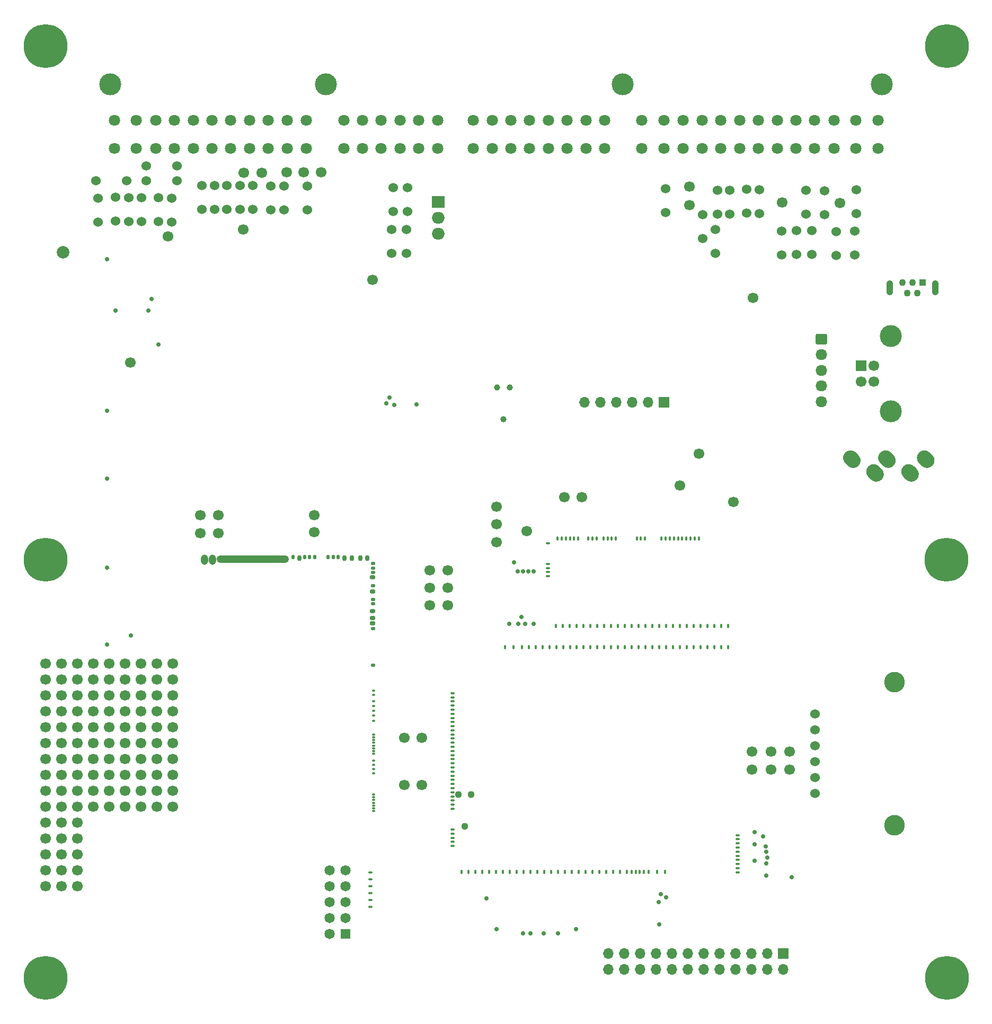
<source format=gbs>
G75*
G70*
%OFA0B0*%
%FSLAX25Y25*%
%IPPOS*%
%LPD*%
%AMOC8*
5,1,8,0,0,1.08239X$1,22.5*
%
%AMM197*
21,1,0.015350,0.009840,-0.000000,-0.000000,270.000000*
21,1,0.000000,0.025200,-0.000000,-0.000000,270.000000*
1,1,0.015350,-0.004920,-0.000000*
1,1,0.015350,-0.004920,-0.000000*
1,1,0.015350,0.004920,-0.000000*
1,1,0.015350,0.004920,-0.000000*
%
%AMM198*
21,1,0.015350,0.009840,-0.000000,-0.000000,180.000000*
21,1,0.000000,0.025200,-0.000000,-0.000000,180.000000*
1,1,0.015350,-0.000000,0.004920*
1,1,0.015350,-0.000000,0.004920*
1,1,0.015350,-0.000000,-0.004920*
1,1,0.015350,-0.000000,-0.004920*
%
%AMM348*
21,1,0.015350,0.009840,-0.000000,0.000000,270.000000*
21,1,0.000000,0.025200,-0.000000,0.000000,270.000000*
1,1,0.015350,-0.004920,0.000000*
1,1,0.015350,-0.004920,0.000000*
1,1,0.015350,0.004920,0.000000*
1,1,0.015350,0.004920,0.000000*
%
%ADD121O,0.44882X0.04331*%
%ADD122O,0.01575X0.02362*%
%ADD123O,0.02362X0.03150*%
%ADD124O,0.02362X0.01575*%
%ADD125O,0.01575X0.00787*%
%ADD17C,0.02362*%
%ADD172C,0.02913*%
%ADD19C,0.06000*%
%ADD20C,0.06693*%
%ADD206C,0.03900*%
%ADD21R,0.06693X0.06693*%
%ADD22O,0.06693X0.06693*%
%ADD229C,0.04451*%
%ADD255O,0.04488X0.06457*%
%ADD256O,0.03701X0.02913*%
%ADD266O,0.02126X0.01339*%
%ADD267O,0.02913X0.02126*%
%ADD268O,0.02913X0.03701*%
%ADD269O,0.45433X0.04882*%
%ADD270O,0.02126X0.02913*%
%ADD288C,0.06457*%
%ADD289R,0.06457X0.06457*%
%ADD33O,0.03937X0.05906*%
%ADD34O,0.03150X0.02362*%
%ADD35C,0.13780*%
%ADD36C,0.07087*%
%ADD37R,0.04331X0.04331*%
%ADD38C,0.04331*%
%ADD39O,0.04331X0.09449*%
%ADD416M197*%
%ADD417M198*%
%ADD45C,0.13000*%
%ADD50C,0.27559*%
%ADD592M348*%
%ADD634R,0.07874X0.07500*%
%ADD635O,0.07874X0.07500*%
%ADD89O,0.07283X0.06693*%
%ADD99C,0.07874*%
X0000000Y0000000D02*
%LPD*%
G01*
D17*
X0297120Y0070059D03*
X0303321Y0050748D03*
X0353337Y0050784D03*
X0319955Y0048110D03*
X0324581Y0048110D03*
X0333144Y0048110D03*
X0341904Y0048110D03*
D19*
X0237251Y0475789D03*
X0237251Y0490789D03*
X0150007Y0503151D03*
X0150007Y0518151D03*
D20*
X0245285Y0141379D03*
X0245285Y0170915D03*
D21*
X0408865Y0381911D03*
D22*
X0398865Y0381911D03*
X0388865Y0381911D03*
X0378865Y0381911D03*
X0368865Y0381911D03*
X0358865Y0381911D03*
D20*
X0144455Y0526360D03*
X0079567Y0177549D03*
X0079567Y0187549D03*
X0079567Y0197549D03*
X0079567Y0207549D03*
X0079567Y0217549D03*
X0089567Y0177549D03*
X0089567Y0187549D03*
X0089567Y0197549D03*
X0089567Y0207549D03*
X0089567Y0217549D03*
X0099567Y0177549D03*
X0099567Y0187549D03*
X0099567Y0197549D03*
X0099567Y0207549D03*
X0099567Y0217549D03*
X0225243Y0459037D03*
X0096857Y0486241D03*
X0116936Y0311045D03*
X0049567Y0127549D03*
X0049567Y0137549D03*
X0049567Y0147549D03*
X0049567Y0157549D03*
X0049567Y0167549D03*
X0059567Y0127549D03*
X0059567Y0137549D03*
X0059567Y0147549D03*
X0059567Y0157549D03*
X0059567Y0167549D03*
X0069567Y0127549D03*
X0069567Y0137549D03*
X0069567Y0147549D03*
X0069567Y0157549D03*
X0069567Y0167549D03*
D33*
X0119744Y0282846D03*
X0124688Y0282846D03*
D121*
X0150059Y0283339D03*
D122*
X0175453Y0284520D03*
D123*
X0179291Y0284126D03*
D122*
X0182716Y0284520D03*
X0185591Y0284520D03*
X0189113Y0284520D03*
X0197283Y0284520D03*
X0200826Y0284520D03*
X0203622Y0284520D03*
D123*
X0207638Y0284126D03*
X0212264Y0284126D03*
X0217579Y0284126D03*
X0222205Y0284126D03*
D124*
X0225748Y0280464D03*
X0225748Y0277728D03*
X0225748Y0275050D03*
D34*
X0225374Y0271823D03*
D124*
X0225748Y0266684D03*
D34*
X0225374Y0262866D03*
D124*
X0225748Y0257846D03*
X0225748Y0255287D03*
D34*
X0225374Y0250563D03*
X0225374Y0246331D03*
X0225374Y0242886D03*
D124*
X0225748Y0239638D03*
X0225748Y0216606D03*
D125*
X0226161Y0200642D03*
X0226161Y0198043D03*
X0226161Y0193870D03*
X0226161Y0191098D03*
X0226161Y0187948D03*
X0226161Y0184799D03*
X0226161Y0181665D03*
X0226161Y0173024D03*
X0226161Y0171291D03*
X0226161Y0169559D03*
X0226161Y0167827D03*
X0226161Y0166095D03*
X0226161Y0164362D03*
X0226161Y0162630D03*
X0226161Y0160898D03*
X0226161Y0156469D03*
X0226161Y0153870D03*
X0226161Y0151272D03*
X0226161Y0148673D03*
X0226161Y0135268D03*
X0226161Y0133535D03*
X0226161Y0131803D03*
X0226161Y0130071D03*
X0226161Y0128339D03*
X0226161Y0126606D03*
X0226161Y0124874D03*
D19*
X0117920Y0503151D03*
X0117920Y0518151D03*
D20*
X0272841Y0254155D03*
D19*
X0442329Y0500395D03*
X0442329Y0515395D03*
D20*
X0193156Y0526596D03*
D19*
X0083077Y0530730D03*
X0102369Y0530730D03*
X0440951Y0475789D03*
X0440951Y0490789D03*
X0125991Y0503151D03*
X0125991Y0518151D03*
X0052721Y0495293D03*
X0052721Y0510293D03*
D35*
X0545831Y0581810D03*
X0060398Y0581810D03*
X0196027Y0581810D03*
X0382642Y0581810D03*
D36*
X0062957Y0541650D03*
X0076727Y0541650D03*
X0088937Y0541650D03*
X0100747Y0541650D03*
X0112557Y0541650D03*
X0124367Y0541650D03*
X0136177Y0541650D03*
X0147987Y0541650D03*
X0159797Y0541650D03*
X0171607Y0541650D03*
X0183817Y0541650D03*
X0062957Y0559370D03*
X0076727Y0559370D03*
X0088937Y0559370D03*
X0100747Y0559370D03*
X0112557Y0559370D03*
X0124367Y0559370D03*
X0136177Y0559370D03*
X0147987Y0559370D03*
X0159797Y0559370D03*
X0171607Y0559370D03*
X0183817Y0559370D03*
X0288744Y0541650D03*
X0300554Y0541650D03*
X0312364Y0541650D03*
X0324174Y0541650D03*
X0335994Y0541650D03*
X0347804Y0541650D03*
X0359614Y0541650D03*
X0371424Y0541650D03*
X0288744Y0559370D03*
X0300554Y0559370D03*
X0312364Y0559370D03*
X0324174Y0559370D03*
X0335994Y0559370D03*
X0347804Y0559370D03*
X0359614Y0559370D03*
X0371424Y0559370D03*
X0394834Y0541650D03*
X0408614Y0541650D03*
X0420834Y0541650D03*
X0432644Y0541650D03*
X0444454Y0541650D03*
X0456264Y0541650D03*
X0468074Y0541650D03*
X0479884Y0541650D03*
X0491694Y0541650D03*
X0503504Y0541650D03*
X0515714Y0541650D03*
X0529494Y0541650D03*
X0543274Y0541650D03*
X0394834Y0559370D03*
X0408614Y0559370D03*
X0420834Y0559370D03*
X0432644Y0559370D03*
X0444454Y0559370D03*
X0456264Y0559370D03*
X0468074Y0559370D03*
X0479884Y0559370D03*
X0491694Y0559370D03*
X0503504Y0559370D03*
X0515714Y0559370D03*
X0529494Y0559370D03*
X0543274Y0559370D03*
X0207248Y0541650D03*
X0219058Y0541650D03*
X0230868Y0541650D03*
X0242678Y0541650D03*
X0254498Y0541650D03*
X0266308Y0541650D03*
X0207248Y0559370D03*
X0219058Y0559370D03*
X0230868Y0559370D03*
X0242678Y0559370D03*
X0254498Y0559370D03*
X0266308Y0559370D03*
D20*
X0303353Y0305336D03*
X0357054Y0322304D03*
X0128353Y0299627D03*
X0475991Y0162226D03*
D19*
X0501778Y0475001D03*
X0501778Y0490001D03*
D37*
X0571266Y0457403D03*
D38*
X0568117Y0450513D03*
X0564967Y0457403D03*
X0561818Y0450513D03*
X0558668Y0457403D03*
D39*
X0579337Y0453958D03*
X0550597Y0453958D03*
D20*
X0452526Y0319273D03*
X0303353Y0316163D03*
D19*
X0246778Y0475749D03*
X0246778Y0490749D03*
D20*
X0464692Y0447659D03*
X0475991Y0151064D03*
X0261424Y0265375D03*
D21*
X0532743Y0404942D03*
D20*
X0532743Y0395100D03*
X0540617Y0395100D03*
X0540617Y0404942D03*
D35*
X0551286Y0376320D03*
X0551286Y0423722D03*
D20*
X0256349Y0170906D03*
X0487802Y0151064D03*
D17*
X0234091Y0381397D03*
X0236158Y0384842D03*
X0239110Y0380216D03*
X0253087Y0380511D03*
D45*
X0553550Y0205867D03*
X0553550Y0115867D03*
D19*
X0503550Y0185867D03*
X0503550Y0175867D03*
X0503550Y0165867D03*
X0503550Y0155867D03*
X0503550Y0145867D03*
X0503550Y0135867D03*
X0516936Y0489450D03*
X0516936Y0474450D03*
D20*
X0019567Y0177549D03*
X0019567Y0187549D03*
X0019567Y0197549D03*
X0019567Y0207549D03*
X0019567Y0217549D03*
X0029567Y0177549D03*
X0029567Y0187549D03*
X0029567Y0197549D03*
X0029567Y0207549D03*
X0029567Y0217549D03*
X0039567Y0177549D03*
X0039567Y0187549D03*
X0039567Y0197549D03*
X0039567Y0207549D03*
X0039567Y0217549D03*
X0171306Y0526596D03*
D17*
X0406667Y0072652D03*
X0410112Y0070585D03*
X0405486Y0067632D03*
X0405782Y0053656D03*
D20*
X0116936Y0299627D03*
X0182054Y0526556D03*
X0188589Y0300415D03*
D19*
X0072093Y0495474D03*
X0072093Y0510474D03*
D50*
X0019685Y0020079D03*
G36*
G01*
X0223638Y0086788D02*
X0224622Y0086788D01*
G75*
G02*
X0225114Y0086296I0000000J-000492D01*
G01*
X0225114Y0086296D01*
G75*
G02*
X0224622Y0085804I-000492J0000000D01*
G01*
X0223638Y0085804D01*
G75*
G02*
X0223146Y0086296I0000000J0000492D01*
G01*
X0223146Y0086296D01*
G75*
G02*
X0223638Y0086788I0000492J0000000D01*
G01*
G37*
G36*
G01*
X0223638Y0082458D02*
X0224622Y0082458D01*
G75*
G02*
X0225114Y0081965I0000000J-000492D01*
G01*
X0225114Y0081965D01*
G75*
G02*
X0224622Y0081473I-000492J0000000D01*
G01*
X0223638Y0081473D01*
G75*
G02*
X0223146Y0081965I0000000J0000492D01*
G01*
X0223146Y0081965D01*
G75*
G02*
X0223638Y0082458I0000492J0000000D01*
G01*
G37*
G36*
G01*
X0223638Y0078127D02*
X0224622Y0078127D01*
G75*
G02*
X0225114Y0077635I0000000J-000492D01*
G01*
X0225114Y0077635D01*
G75*
G02*
X0224622Y0077143I-000492J0000000D01*
G01*
X0223638Y0077143D01*
G75*
G02*
X0223146Y0077635I0000000J0000492D01*
G01*
X0223146Y0077635D01*
G75*
G02*
X0223638Y0078127I0000492J0000000D01*
G01*
G37*
G36*
G01*
X0223638Y0073796D02*
X0224622Y0073796D01*
G75*
G02*
X0225114Y0073304I0000000J-000492D01*
G01*
X0225114Y0073304D01*
G75*
G02*
X0224622Y0072812I-000492J0000000D01*
G01*
X0223638Y0072812D01*
G75*
G02*
X0223146Y0073304I0000000J0000492D01*
G01*
X0223146Y0073304D01*
G75*
G02*
X0223638Y0073796I0000492J0000000D01*
G01*
G37*
G36*
G01*
X0223638Y0069465D02*
X0224622Y0069465D01*
G75*
G02*
X0225114Y0068973I0000000J-000492D01*
G01*
X0225114Y0068973D01*
G75*
G02*
X0224622Y0068481I-000492J0000000D01*
G01*
X0223638Y0068481D01*
G75*
G02*
X0223146Y0068973I0000000J0000492D01*
G01*
X0223146Y0068973D01*
G75*
G02*
X0223638Y0069465I0000492J0000000D01*
G01*
G37*
G36*
G01*
X0223638Y0065135D02*
X0224622Y0065135D01*
G75*
G02*
X0225114Y0064643I0000000J-000492D01*
G01*
X0225114Y0064643D01*
G75*
G02*
X0224622Y0064151I-000492J0000000D01*
G01*
X0223638Y0064151D01*
G75*
G02*
X0223146Y0064643I0000000J0000492D01*
G01*
X0223146Y0064643D01*
G75*
G02*
X0223638Y0065135I0000492J0000000D01*
G01*
G37*
D20*
X0322492Y0300812D03*
X0487802Y0162226D03*
X0519495Y0507304D03*
X0019567Y0077549D03*
X0019567Y0087549D03*
X0019567Y0097549D03*
X0019567Y0107549D03*
X0019567Y0117549D03*
X0029567Y0077549D03*
X0029567Y0087549D03*
X0029567Y0097549D03*
X0029567Y0107549D03*
X0029567Y0117549D03*
X0039567Y0077549D03*
X0039567Y0087549D03*
X0039567Y0097549D03*
X0039567Y0107549D03*
X0039567Y0117549D03*
G36*
G01*
X0335286Y0273039D02*
X0336270Y0273039D01*
G75*
G02*
X0336762Y0272547I0000000J-000492D01*
G01*
X0336762Y0272547D01*
G75*
G02*
X0336270Y0272054I-000492J0000000D01*
G01*
X0335286Y0272054D01*
G75*
G02*
X0334794Y0272547I0000000J0000492D01*
G01*
X0334794Y0272547D01*
G75*
G02*
X0335286Y0273039I0000492J0000000D01*
G01*
G37*
G36*
G01*
X0335286Y0275637D02*
X0336270Y0275637D01*
G75*
G02*
X0336762Y0275145I0000000J-000492D01*
G01*
X0336762Y0275145D01*
G75*
G02*
X0336270Y0274653I-000492J0000000D01*
G01*
X0335286Y0274653D01*
G75*
G02*
X0334794Y0275145I0000000J0000492D01*
G01*
X0334794Y0275145D01*
G75*
G02*
X0335286Y0275637I0000492J0000000D01*
G01*
G37*
G36*
G01*
X0335286Y0278236D02*
X0336270Y0278236D01*
G75*
G02*
X0336762Y0277743I0000000J-000492D01*
G01*
X0336762Y0277743D01*
G75*
G02*
X0336270Y0277251I-000492J0000000D01*
G01*
X0335286Y0277251D01*
G75*
G02*
X0334794Y0277743I0000000J0000492D01*
G01*
X0334794Y0277743D01*
G75*
G02*
X0335286Y0278236I0000492J0000000D01*
G01*
G37*
G36*
G01*
X0335286Y0280834D02*
X0336270Y0280834D01*
G75*
G02*
X0336762Y0280342I0000000J-000492D01*
G01*
X0336762Y0280342D01*
G75*
G02*
X0336270Y0279850I-000492J0000000D01*
G01*
X0335286Y0279850D01*
G75*
G02*
X0334794Y0280342I0000000J0000492D01*
G01*
X0334794Y0280342D01*
G75*
G02*
X0335286Y0280834I0000492J0000000D01*
G01*
G37*
G36*
G01*
X0335286Y0293826D02*
X0336270Y0293826D01*
G75*
G02*
X0336762Y0293334I0000000J-000492D01*
G01*
X0336762Y0293334D01*
G75*
G02*
X0336270Y0292842I-000492J0000000D01*
G01*
X0335286Y0292842D01*
G75*
G02*
X0334794Y0293334I0000000J0000492D01*
G01*
X0334794Y0293334D01*
G75*
G02*
X0335286Y0293826I0000492J0000000D01*
G01*
G37*
G36*
G01*
X0448554Y0240681D02*
X0448554Y0241665D01*
G75*
G02*
X0449046Y0242158I0000492J0000000D01*
G01*
X0449046Y0242158D01*
G75*
G02*
X0449538Y0241665I0000000J-000492D01*
G01*
X0449538Y0240681D01*
G75*
G02*
X0449046Y0240189I-000492J0000000D01*
G01*
X0449046Y0240189D01*
G75*
G02*
X0448554Y0240681I0000000J0000492D01*
G01*
G37*
G36*
G01*
X0445207Y0241665D02*
X0445207Y0240681D01*
G75*
G02*
X0444715Y0240189I-000492J0000000D01*
G01*
X0444715Y0240189D01*
G75*
G02*
X0444223Y0240681I0000000J0000492D01*
G01*
X0444223Y0241665D01*
G75*
G02*
X0444715Y0242158I0000492J0000000D01*
G01*
X0444715Y0242158D01*
G75*
G02*
X0445207Y0241665I0000000J-000492D01*
G01*
G37*
G36*
G01*
X0440877Y0241665D02*
X0440877Y0240681D01*
G75*
G02*
X0440384Y0240189I-000492J0000000D01*
G01*
X0440384Y0240189D01*
G75*
G02*
X0439892Y0240681I0000000J0000492D01*
G01*
X0439892Y0241665D01*
G75*
G02*
X0440384Y0242158I0000492J0000000D01*
G01*
X0440384Y0242158D01*
G75*
G02*
X0440877Y0241665I0000000J-000492D01*
G01*
G37*
G36*
G01*
X0436546Y0241665D02*
X0436546Y0240681D01*
G75*
G02*
X0436054Y0240189I-000492J0000000D01*
G01*
X0436054Y0240189D01*
G75*
G02*
X0435562Y0240681I0000000J0000492D01*
G01*
X0435562Y0241665D01*
G75*
G02*
X0436054Y0242158I0000492J0000000D01*
G01*
X0436054Y0242158D01*
G75*
G02*
X0436546Y0241665I0000000J-000492D01*
G01*
G37*
G36*
G01*
X0432215Y0241665D02*
X0432215Y0240681D01*
G75*
G02*
X0431723Y0240189I-000492J0000000D01*
G01*
X0431723Y0240189D01*
G75*
G02*
X0431231Y0240681I0000000J0000492D01*
G01*
X0431231Y0241665D01*
G75*
G02*
X0431723Y0242158I0000492J0000000D01*
G01*
X0431723Y0242158D01*
G75*
G02*
X0432215Y0241665I0000000J-000492D01*
G01*
G37*
G36*
G01*
X0427884Y0241665D02*
X0427884Y0240681D01*
G75*
G02*
X0427392Y0240189I-000492J0000000D01*
G01*
X0427392Y0240189D01*
G75*
G02*
X0426900Y0240681I0000000J0000492D01*
G01*
X0426900Y0241665D01*
G75*
G02*
X0427392Y0242158I0000492J0000000D01*
G01*
X0427392Y0242158D01*
G75*
G02*
X0427884Y0241665I0000000J-000492D01*
G01*
G37*
G36*
G01*
X0423554Y0241665D02*
X0423554Y0240681D01*
G75*
G02*
X0423062Y0240189I-000492J0000000D01*
G01*
X0423062Y0240189D01*
G75*
G02*
X0422569Y0240681I0000000J0000492D01*
G01*
X0422569Y0241665D01*
G75*
G02*
X0423062Y0242158I0000492J0000000D01*
G01*
X0423062Y0242158D01*
G75*
G02*
X0423554Y0241665I0000000J-000492D01*
G01*
G37*
G36*
G01*
X0419223Y0241665D02*
X0419223Y0240681D01*
G75*
G02*
X0418731Y0240189I-000492J0000000D01*
G01*
X0418731Y0240189D01*
G75*
G02*
X0418239Y0240681I0000000J0000492D01*
G01*
X0418239Y0241665D01*
G75*
G02*
X0418731Y0242158I0000492J0000000D01*
G01*
X0418731Y0242158D01*
G75*
G02*
X0419223Y0241665I0000000J-000492D01*
G01*
G37*
G36*
G01*
X0414892Y0241665D02*
X0414892Y0240681D01*
G75*
G02*
X0414400Y0240189I-000492J0000000D01*
G01*
X0414400Y0240189D01*
G75*
G02*
X0413908Y0240681I0000000J0000492D01*
G01*
X0413908Y0241665D01*
G75*
G02*
X0414400Y0242158I0000492J0000000D01*
G01*
X0414400Y0242158D01*
G75*
G02*
X0414892Y0241665I0000000J-000492D01*
G01*
G37*
G36*
G01*
X0410562Y0241665D02*
X0410562Y0240681D01*
G75*
G02*
X0410069Y0240189I-000492J0000000D01*
G01*
X0410069Y0240189D01*
G75*
G02*
X0409577Y0240681I0000000J0000492D01*
G01*
X0409577Y0241665D01*
G75*
G02*
X0410069Y0242158I0000492J0000000D01*
G01*
X0410069Y0242158D01*
G75*
G02*
X0410562Y0241665I0000000J-000492D01*
G01*
G37*
G36*
G01*
X0406231Y0241665D02*
X0406231Y0240681D01*
G75*
G02*
X0405739Y0240189I-000492J0000000D01*
G01*
X0405739Y0240189D01*
G75*
G02*
X0405247Y0240681I0000000J0000492D01*
G01*
X0405247Y0241665D01*
G75*
G02*
X0405739Y0242158I0000492J0000000D01*
G01*
X0405739Y0242158D01*
G75*
G02*
X0406231Y0241665I0000000J-000492D01*
G01*
G37*
G36*
G01*
X0401900Y0241665D02*
X0401900Y0240681D01*
G75*
G02*
X0401408Y0240189I-000492J0000000D01*
G01*
X0401408Y0240189D01*
G75*
G02*
X0400916Y0240681I0000000J0000492D01*
G01*
X0400916Y0241665D01*
G75*
G02*
X0401408Y0242158I0000492J0000000D01*
G01*
X0401408Y0242158D01*
G75*
G02*
X0401900Y0241665I0000000J-000492D01*
G01*
G37*
G36*
G01*
X0397570Y0241665D02*
X0397570Y0240681D01*
G75*
G02*
X0397077Y0240189I-000492J0000000D01*
G01*
X0397077Y0240189D01*
G75*
G02*
X0396585Y0240681I0000000J0000492D01*
G01*
X0396585Y0241665D01*
G75*
G02*
X0397077Y0242158I0000492J0000000D01*
G01*
X0397077Y0242158D01*
G75*
G02*
X0397570Y0241665I0000000J-000492D01*
G01*
G37*
G36*
G01*
X0393239Y0241665D02*
X0393239Y0240681D01*
G75*
G02*
X0392747Y0240189I-000492J0000000D01*
G01*
X0392747Y0240189D01*
G75*
G02*
X0392255Y0240681I0000000J0000492D01*
G01*
X0392255Y0241665D01*
G75*
G02*
X0392747Y0242158I0000492J0000000D01*
G01*
X0392747Y0242158D01*
G75*
G02*
X0393239Y0241665I0000000J-000492D01*
G01*
G37*
G36*
G01*
X0388908Y0241665D02*
X0388908Y0240681D01*
G75*
G02*
X0388416Y0240189I-000492J0000000D01*
G01*
X0388416Y0240189D01*
G75*
G02*
X0387924Y0240681I0000000J0000492D01*
G01*
X0387924Y0241665D01*
G75*
G02*
X0388416Y0242158I0000492J0000000D01*
G01*
X0388416Y0242158D01*
G75*
G02*
X0388908Y0241665I0000000J-000492D01*
G01*
G37*
G36*
G01*
X0384577Y0241665D02*
X0384577Y0240681D01*
G75*
G02*
X0384085Y0240189I-000492J0000000D01*
G01*
X0384085Y0240189D01*
G75*
G02*
X0383593Y0240681I0000000J0000492D01*
G01*
X0383593Y0241665D01*
G75*
G02*
X0384085Y0242158I0000492J0000000D01*
G01*
X0384085Y0242158D01*
G75*
G02*
X0384577Y0241665I0000000J-000492D01*
G01*
G37*
G36*
G01*
X0380247Y0241665D02*
X0380247Y0240681D01*
G75*
G02*
X0379755Y0240189I-000492J0000000D01*
G01*
X0379755Y0240189D01*
G75*
G02*
X0379262Y0240681I0000000J0000492D01*
G01*
X0379262Y0241665D01*
G75*
G02*
X0379755Y0242158I0000492J0000000D01*
G01*
X0379755Y0242158D01*
G75*
G02*
X0380247Y0241665I0000000J-000492D01*
G01*
G37*
G36*
G01*
X0375916Y0241665D02*
X0375916Y0240681D01*
G75*
G02*
X0375424Y0240189I-000492J0000000D01*
G01*
X0375424Y0240189D01*
G75*
G02*
X0374932Y0240681I0000000J0000492D01*
G01*
X0374932Y0241665D01*
G75*
G02*
X0375424Y0242158I0000492J0000000D01*
G01*
X0375424Y0242158D01*
G75*
G02*
X0375916Y0241665I0000000J-000492D01*
G01*
G37*
G36*
G01*
X0371585Y0241665D02*
X0371585Y0240681D01*
G75*
G02*
X0371093Y0240189I-000492J0000000D01*
G01*
X0371093Y0240189D01*
G75*
G02*
X0370601Y0240681I0000000J0000492D01*
G01*
X0370601Y0241665D01*
G75*
G02*
X0371093Y0242158I0000492J0000000D01*
G01*
X0371093Y0242158D01*
G75*
G02*
X0371585Y0241665I0000000J-000492D01*
G01*
G37*
G36*
G01*
X0367255Y0241665D02*
X0367255Y0240681D01*
G75*
G02*
X0366762Y0240189I-000492J0000000D01*
G01*
X0366762Y0240189D01*
G75*
G02*
X0366270Y0240681I0000000J0000492D01*
G01*
X0366270Y0241665D01*
G75*
G02*
X0366762Y0242158I0000492J0000000D01*
G01*
X0366762Y0242158D01*
G75*
G02*
X0367255Y0241665I0000000J-000492D01*
G01*
G37*
G36*
G01*
X0362924Y0241665D02*
X0362924Y0240681D01*
G75*
G02*
X0362432Y0240189I-000492J0000000D01*
G01*
X0362432Y0240189D01*
G75*
G02*
X0361940Y0240681I0000000J0000492D01*
G01*
X0361940Y0241665D01*
G75*
G02*
X0362432Y0242158I0000492J0000000D01*
G01*
X0362432Y0242158D01*
G75*
G02*
X0362924Y0241665I0000000J-000492D01*
G01*
G37*
G36*
G01*
X0358593Y0241665D02*
X0358593Y0240681D01*
G75*
G02*
X0358101Y0240189I-000492J0000000D01*
G01*
X0358101Y0240189D01*
G75*
G02*
X0357609Y0240681I0000000J0000492D01*
G01*
X0357609Y0241665D01*
G75*
G02*
X0358101Y0242158I0000492J0000000D01*
G01*
X0358101Y0242158D01*
G75*
G02*
X0358593Y0241665I0000000J-000492D01*
G01*
G37*
G36*
G01*
X0354263Y0241665D02*
X0354263Y0240681D01*
G75*
G02*
X0353770Y0240189I-000492J0000000D01*
G01*
X0353770Y0240189D01*
G75*
G02*
X0353278Y0240681I0000000J0000492D01*
G01*
X0353278Y0241665D01*
G75*
G02*
X0353770Y0242158I0000492J0000000D01*
G01*
X0353770Y0242158D01*
G75*
G02*
X0354263Y0241665I0000000J-000492D01*
G01*
G37*
G36*
G01*
X0349932Y0241665D02*
X0349932Y0240681D01*
G75*
G02*
X0349440Y0240189I-000492J0000000D01*
G01*
X0349440Y0240189D01*
G75*
G02*
X0348948Y0240681I0000000J0000492D01*
G01*
X0348948Y0241665D01*
G75*
G02*
X0349440Y0242158I0000492J0000000D01*
G01*
X0349440Y0242158D01*
G75*
G02*
X0349932Y0241665I0000000J-000492D01*
G01*
G37*
G36*
G01*
X0345601Y0241665D02*
X0345601Y0240681D01*
G75*
G02*
X0345109Y0240189I-000492J0000000D01*
G01*
X0345109Y0240189D01*
G75*
G02*
X0344617Y0240681I0000000J0000492D01*
G01*
X0344617Y0241665D01*
G75*
G02*
X0345109Y0242158I0000492J0000000D01*
G01*
X0345109Y0242158D01*
G75*
G02*
X0345601Y0241665I0000000J-000492D01*
G01*
G37*
G36*
G01*
X0341270Y0241665D02*
X0341270Y0240681D01*
G75*
G02*
X0340778Y0240189I-000492J0000000D01*
G01*
X0340778Y0240189D01*
G75*
G02*
X0340286Y0240681I0000000J0000492D01*
G01*
X0340286Y0241665D01*
G75*
G02*
X0340778Y0242158I0000492J0000000D01*
G01*
X0340778Y0242158D01*
G75*
G02*
X0341270Y0241665I0000000J-000492D01*
G01*
G37*
G36*
G01*
X0342258Y0296634D02*
X0342258Y0295650D01*
G75*
G02*
X0341766Y0295158I-000492J0000000D01*
G01*
X0341766Y0295158D01*
G75*
G02*
X0341274Y0295650I0000000J0000492D01*
G01*
X0341274Y0296634D01*
G75*
G02*
X0341766Y0297126I0000492J0000000D01*
G01*
X0341766Y0297126D01*
G75*
G02*
X0342258Y0296634I0000000J-000492D01*
G01*
G37*
G36*
G01*
X0344857Y0296634D02*
X0344857Y0295650D01*
G75*
G02*
X0344365Y0295158I-000492J0000000D01*
G01*
X0344365Y0295158D01*
G75*
G02*
X0343873Y0295650I0000000J0000492D01*
G01*
X0343873Y0296634D01*
G75*
G02*
X0344365Y0297126I0000492J0000000D01*
G01*
X0344365Y0297126D01*
G75*
G02*
X0344857Y0296634I0000000J-000492D01*
G01*
G37*
G36*
G01*
X0347455Y0296634D02*
X0347455Y0295650D01*
G75*
G02*
X0346963Y0295158I-000492J0000000D01*
G01*
X0346963Y0295158D01*
G75*
G02*
X0346471Y0295650I0000000J0000492D01*
G01*
X0346471Y0296634D01*
G75*
G02*
X0346963Y0297126I0000492J0000000D01*
G01*
X0346963Y0297126D01*
G75*
G02*
X0347455Y0296634I0000000J-000492D01*
G01*
G37*
G36*
G01*
X0350054Y0296634D02*
X0350054Y0295650D01*
G75*
G02*
X0349562Y0295158I-000492J0000000D01*
G01*
X0349562Y0295158D01*
G75*
G02*
X0349069Y0295650I0000000J0000492D01*
G01*
X0349069Y0296634D01*
G75*
G02*
X0349562Y0297126I0000492J0000000D01*
G01*
X0349562Y0297126D01*
G75*
G02*
X0350054Y0296634I0000000J-000492D01*
G01*
G37*
G36*
G01*
X0352652Y0296634D02*
X0352652Y0295650D01*
G75*
G02*
X0352160Y0295158I-000492J0000000D01*
G01*
X0352160Y0295158D01*
G75*
G02*
X0351668Y0295650I0000000J0000492D01*
G01*
X0351668Y0296634D01*
G75*
G02*
X0352160Y0297126I0000492J0000000D01*
G01*
X0352160Y0297126D01*
G75*
G02*
X0352652Y0296634I0000000J-000492D01*
G01*
G37*
G36*
G01*
X0355251Y0296634D02*
X0355251Y0295650D01*
G75*
G02*
X0354758Y0295158I-000492J0000000D01*
G01*
X0354758Y0295158D01*
G75*
G02*
X0354266Y0295650I0000000J0000492D01*
G01*
X0354266Y0296634D01*
G75*
G02*
X0354758Y0297126I0000492J0000000D01*
G01*
X0354758Y0297126D01*
G75*
G02*
X0355251Y0296634I0000000J-000492D01*
G01*
G37*
G36*
G01*
X0361554Y0296634D02*
X0361554Y0295650D01*
G75*
G02*
X0361062Y0295158I-000492J0000000D01*
G01*
X0361062Y0295158D01*
G75*
G02*
X0360569Y0295650I0000000J0000492D01*
G01*
X0360569Y0296634D01*
G75*
G02*
X0361062Y0297126I0000492J0000000D01*
G01*
X0361062Y0297126D01*
G75*
G02*
X0361554Y0296634I0000000J-000492D01*
G01*
G37*
G36*
G01*
X0364152Y0296634D02*
X0364152Y0295650D01*
G75*
G02*
X0363660Y0295158I-000492J0000000D01*
G01*
X0363660Y0295158D01*
G75*
G02*
X0363168Y0295650I0000000J0000492D01*
G01*
X0363168Y0296634D01*
G75*
G02*
X0363660Y0297126I0000492J0000000D01*
G01*
X0363660Y0297126D01*
G75*
G02*
X0364152Y0296634I0000000J-000492D01*
G01*
G37*
G36*
G01*
X0366751Y0296634D02*
X0366751Y0295650D01*
G75*
G02*
X0366258Y0295158I-000492J0000000D01*
G01*
X0366258Y0295158D01*
G75*
G02*
X0365766Y0295650I0000000J0000492D01*
G01*
X0365766Y0296634D01*
G75*
G02*
X0366258Y0297126I0000492J0000000D01*
G01*
X0366258Y0297126D01*
G75*
G02*
X0366751Y0296634I0000000J-000492D01*
G01*
G37*
G36*
G01*
X0371164Y0296634D02*
X0371164Y0295650D01*
G75*
G02*
X0370671Y0295158I-000492J0000000D01*
G01*
X0370671Y0295158D01*
G75*
G02*
X0370179Y0295650I0000000J0000492D01*
G01*
X0370179Y0296634D01*
G75*
G02*
X0370671Y0297126I0000492J0000000D01*
G01*
X0370671Y0297126D01*
G75*
G02*
X0371164Y0296634I0000000J-000492D01*
G01*
G37*
G36*
G01*
X0373762Y0296634D02*
X0373762Y0295650D01*
G75*
G02*
X0373270Y0295158I-000492J0000000D01*
G01*
X0373270Y0295158D01*
G75*
G02*
X0372778Y0295650I0000000J0000492D01*
G01*
X0372778Y0296634D01*
G75*
G02*
X0373270Y0297126I0000492J0000000D01*
G01*
X0373270Y0297126D01*
G75*
G02*
X0373762Y0296634I0000000J-000492D01*
G01*
G37*
G36*
G01*
X0376360Y0296634D02*
X0376360Y0295650D01*
G75*
G02*
X0375868Y0295158I-000492J0000000D01*
G01*
X0375868Y0295158D01*
G75*
G02*
X0375376Y0295650I0000000J0000492D01*
G01*
X0375376Y0296634D01*
G75*
G02*
X0375868Y0297126I0000492J0000000D01*
G01*
X0375868Y0297126D01*
G75*
G02*
X0376360Y0296634I0000000J-000492D01*
G01*
G37*
G36*
G01*
X0378959Y0296634D02*
X0378959Y0295650D01*
G75*
G02*
X0378467Y0295158I-000492J0000000D01*
G01*
X0378467Y0295158D01*
G75*
G02*
X0377975Y0295650I0000000J0000492D01*
G01*
X0377975Y0296634D01*
G75*
G02*
X0378467Y0297126I0000492J0000000D01*
G01*
X0378467Y0297126D01*
G75*
G02*
X0378959Y0296634I0000000J-000492D01*
G01*
G37*
G36*
G01*
X0392054Y0296634D02*
X0392054Y0295650D01*
G75*
G02*
X0391562Y0295158I-000492J0000000D01*
G01*
X0391562Y0295158D01*
G75*
G02*
X0391069Y0295650I0000000J0000492D01*
G01*
X0391069Y0296634D01*
G75*
G02*
X0391562Y0297126I0000492J0000000D01*
G01*
X0391562Y0297126D01*
G75*
G02*
X0392054Y0296634I0000000J-000492D01*
G01*
G37*
G36*
G01*
X0394652Y0296634D02*
X0394652Y0295650D01*
G75*
G02*
X0394160Y0295158I-000492J0000000D01*
G01*
X0394160Y0295158D01*
G75*
G02*
X0393668Y0295650I0000000J0000492D01*
G01*
X0393668Y0296634D01*
G75*
G02*
X0394160Y0297126I0000492J0000000D01*
G01*
X0394160Y0297126D01*
G75*
G02*
X0394652Y0296634I0000000J-000492D01*
G01*
G37*
G36*
G01*
X0397251Y0296634D02*
X0397251Y0295650D01*
G75*
G02*
X0396758Y0295158I-000492J0000000D01*
G01*
X0396758Y0295158D01*
G75*
G02*
X0396266Y0295650I0000000J0000492D01*
G01*
X0396266Y0296634D01*
G75*
G02*
X0396758Y0297126I0000492J0000000D01*
G01*
X0396758Y0297126D01*
G75*
G02*
X0397251Y0296634I0000000J-000492D01*
G01*
G37*
G36*
G01*
X0407668Y0296634D02*
X0407668Y0295650D01*
G75*
G02*
X0407176Y0295158I-000492J0000000D01*
G01*
X0407176Y0295158D01*
G75*
G02*
X0406684Y0295650I0000000J0000492D01*
G01*
X0406684Y0296634D01*
G75*
G02*
X0407176Y0297126I0000492J0000000D01*
G01*
X0407176Y0297126D01*
G75*
G02*
X0407668Y0296634I0000000J-000492D01*
G01*
G37*
G36*
G01*
X0410266Y0296634D02*
X0410266Y0295650D01*
G75*
G02*
X0409774Y0295158I-000492J0000000D01*
G01*
X0409774Y0295158D01*
G75*
G02*
X0409282Y0295650I0000000J0000492D01*
G01*
X0409282Y0296634D01*
G75*
G02*
X0409774Y0297126I0000492J0000000D01*
G01*
X0409774Y0297126D01*
G75*
G02*
X0410266Y0296634I0000000J-000492D01*
G01*
G37*
G36*
G01*
X0412865Y0296634D02*
X0412865Y0295650D01*
G75*
G02*
X0412373Y0295158I-000492J0000000D01*
G01*
X0412373Y0295158D01*
G75*
G02*
X0411880Y0295650I0000000J0000492D01*
G01*
X0411880Y0296634D01*
G75*
G02*
X0412373Y0297126I0000492J0000000D01*
G01*
X0412373Y0297126D01*
G75*
G02*
X0412865Y0296634I0000000J-000492D01*
G01*
G37*
G36*
G01*
X0415463Y0296634D02*
X0415463Y0295650D01*
G75*
G02*
X0414971Y0295158I-000492J0000000D01*
G01*
X0414971Y0295158D01*
G75*
G02*
X0414479Y0295650I0000000J0000492D01*
G01*
X0414479Y0296634D01*
G75*
G02*
X0414971Y0297126I0000492J0000000D01*
G01*
X0414971Y0297126D01*
G75*
G02*
X0415463Y0296634I0000000J-000492D01*
G01*
G37*
G36*
G01*
X0418062Y0296634D02*
X0418062Y0295650D01*
G75*
G02*
X0417569Y0295158I-000492J0000000D01*
G01*
X0417569Y0295158D01*
G75*
G02*
X0417077Y0295650I0000000J0000492D01*
G01*
X0417077Y0296634D01*
G75*
G02*
X0417569Y0297126I0000492J0000000D01*
G01*
X0417569Y0297126D01*
G75*
G02*
X0418062Y0296634I0000000J-000492D01*
G01*
G37*
G36*
G01*
X0420660Y0296634D02*
X0420660Y0295650D01*
G75*
G02*
X0420168Y0295158I-000492J0000000D01*
G01*
X0420168Y0295158D01*
G75*
G02*
X0419676Y0295650I0000000J0000492D01*
G01*
X0419676Y0296634D01*
G75*
G02*
X0420168Y0297126I0000492J0000000D01*
G01*
X0420168Y0297126D01*
G75*
G02*
X0420660Y0296634I0000000J-000492D01*
G01*
G37*
G36*
G01*
X0423258Y0296634D02*
X0423258Y0295650D01*
G75*
G02*
X0422766Y0295158I-000492J0000000D01*
G01*
X0422766Y0295158D01*
G75*
G02*
X0422274Y0295650I0000000J0000492D01*
G01*
X0422274Y0296634D01*
G75*
G02*
X0422766Y0297126I0000492J0000000D01*
G01*
X0422766Y0297126D01*
G75*
G02*
X0423258Y0296634I0000000J-000492D01*
G01*
G37*
G36*
G01*
X0425857Y0296634D02*
X0425857Y0295650D01*
G75*
G02*
X0425365Y0295158I-000492J0000000D01*
G01*
X0425365Y0295158D01*
G75*
G02*
X0424873Y0295650I0000000J0000492D01*
G01*
X0424873Y0296634D01*
G75*
G02*
X0425365Y0297126I0000492J0000000D01*
G01*
X0425365Y0297126D01*
G75*
G02*
X0425857Y0296634I0000000J-000492D01*
G01*
G37*
G36*
G01*
X0428455Y0296634D02*
X0428455Y0295650D01*
G75*
G02*
X0427963Y0295158I-000492J0000000D01*
G01*
X0427963Y0295158D01*
G75*
G02*
X0427471Y0295650I0000000J0000492D01*
G01*
X0427471Y0296634D01*
G75*
G02*
X0427963Y0297126I0000492J0000000D01*
G01*
X0427963Y0297126D01*
G75*
G02*
X0428455Y0296634I0000000J-000492D01*
G01*
G37*
G36*
G01*
X0431054Y0296634D02*
X0431054Y0295650D01*
G75*
G02*
X0430562Y0295158I-000492J0000000D01*
G01*
X0430562Y0295158D01*
G75*
G02*
X0430069Y0295650I0000000J0000492D01*
G01*
X0430069Y0296634D01*
G75*
G02*
X0430562Y0297126I0000492J0000000D01*
G01*
X0430562Y0297126D01*
G75*
G02*
X0431054Y0296634I0000000J-000492D01*
G01*
G37*
D19*
X0080125Y0495553D03*
X0080125Y0510553D03*
X0498130Y0500177D03*
X0498130Y0515177D03*
G36*
G01*
X0275360Y0103401D02*
X0276345Y0103401D01*
G75*
G02*
X0276837Y0102909I0000000J-000492D01*
G01*
X0276837Y0102909D01*
G75*
G02*
X0276345Y0102417I-000492J0000000D01*
G01*
X0275360Y0102417D01*
G75*
G02*
X0274868Y0102909I0000000J0000492D01*
G01*
X0274868Y0102909D01*
G75*
G02*
X0275360Y0103401I0000492J0000000D01*
G01*
G37*
G36*
G01*
X0276345Y0105015D02*
X0275360Y0105015D01*
G75*
G02*
X0274868Y0105507I0000000J0000492D01*
G01*
X0274868Y0105507D01*
G75*
G02*
X0275360Y0105999I0000492J0000000D01*
G01*
X0276345Y0105999D01*
G75*
G02*
X0276837Y0105507I0000000J-000492D01*
G01*
X0276837Y0105507D01*
G75*
G02*
X0276345Y0105015I-000492J0000000D01*
G01*
G37*
G36*
G01*
X0276345Y0107614D02*
X0275360Y0107614D01*
G75*
G02*
X0274868Y0108106I0000000J0000492D01*
G01*
X0274868Y0108106D01*
G75*
G02*
X0275360Y0108598I0000492J0000000D01*
G01*
X0276345Y0108598D01*
G75*
G02*
X0276837Y0108106I0000000J-000492D01*
G01*
X0276837Y0108106D01*
G75*
G02*
X0276345Y0107614I-000492J0000000D01*
G01*
G37*
G36*
G01*
X0276345Y0110212D02*
X0275360Y0110212D01*
G75*
G02*
X0274868Y0110704I0000000J0000492D01*
G01*
X0274868Y0110704D01*
G75*
G02*
X0275360Y0111196I0000492J0000000D01*
G01*
X0276345Y0111196D01*
G75*
G02*
X0276837Y0110704I0000000J-000492D01*
G01*
X0276837Y0110704D01*
G75*
G02*
X0276345Y0110212I-000492J0000000D01*
G01*
G37*
G36*
G01*
X0276345Y0112810D02*
X0275360Y0112810D01*
G75*
G02*
X0274868Y0113303I0000000J0000492D01*
G01*
X0274868Y0113303D01*
G75*
G02*
X0275360Y0113795I0000492J0000000D01*
G01*
X0276345Y0113795D01*
G75*
G02*
X0276837Y0113303I0000000J-000492D01*
G01*
X0276837Y0113303D01*
G75*
G02*
X0276345Y0112810I-000492J0000000D01*
G01*
G37*
G36*
G01*
X0276345Y0125803D02*
X0275360Y0125803D01*
G75*
G02*
X0274868Y0126295I0000000J0000492D01*
G01*
X0274868Y0126295D01*
G75*
G02*
X0275360Y0126787I0000492J0000000D01*
G01*
X0276345Y0126787D01*
G75*
G02*
X0276837Y0126295I0000000J-000492D01*
G01*
X0276837Y0126295D01*
G75*
G02*
X0276345Y0125803I-000492J0000000D01*
G01*
G37*
G36*
G01*
X0276345Y0128401D02*
X0275360Y0128401D01*
G75*
G02*
X0274868Y0128893I0000000J0000492D01*
G01*
X0274868Y0128893D01*
G75*
G02*
X0275360Y0129385I0000492J0000000D01*
G01*
X0276345Y0129385D01*
G75*
G02*
X0276837Y0128893I0000000J-000492D01*
G01*
X0276837Y0128893D01*
G75*
G02*
X0276345Y0128401I-000492J0000000D01*
G01*
G37*
G36*
G01*
X0276345Y0130999D02*
X0275360Y0130999D01*
G75*
G02*
X0274868Y0131492I0000000J0000492D01*
G01*
X0274868Y0131492D01*
G75*
G02*
X0275360Y0131984I0000492J0000000D01*
G01*
X0276345Y0131984D01*
G75*
G02*
X0276837Y0131492I0000000J-000492D01*
G01*
X0276837Y0131492D01*
G75*
G02*
X0276345Y0130999I-000492J0000000D01*
G01*
G37*
G36*
G01*
X0276345Y0133598D02*
X0275360Y0133598D01*
G75*
G02*
X0274868Y0134090I0000000J0000492D01*
G01*
X0274868Y0134090D01*
G75*
G02*
X0275360Y0134582I0000492J0000000D01*
G01*
X0276345Y0134582D01*
G75*
G02*
X0276837Y0134090I0000000J-000492D01*
G01*
X0276837Y0134090D01*
G75*
G02*
X0276345Y0133598I-000492J0000000D01*
G01*
G37*
G36*
G01*
X0276345Y0136196D02*
X0275360Y0136196D01*
G75*
G02*
X0274868Y0136688I0000000J0000492D01*
G01*
X0274868Y0136688D01*
G75*
G02*
X0275360Y0137181I0000492J0000000D01*
G01*
X0276345Y0137181D01*
G75*
G02*
X0276837Y0136688I0000000J-000492D01*
G01*
X0276837Y0136688D01*
G75*
G02*
X0276345Y0136196I-000492J0000000D01*
G01*
G37*
G36*
G01*
X0276345Y0138795D02*
X0275360Y0138795D01*
G75*
G02*
X0274868Y0139287I0000000J0000492D01*
G01*
X0274868Y0139287D01*
G75*
G02*
X0275360Y0139779I0000492J0000000D01*
G01*
X0276345Y0139779D01*
G75*
G02*
X0276837Y0139287I0000000J-000492D01*
G01*
X0276837Y0139287D01*
G75*
G02*
X0276345Y0138795I-000492J0000000D01*
G01*
G37*
G36*
G01*
X0276345Y0141393D02*
X0275360Y0141393D01*
G75*
G02*
X0274868Y0141885I0000000J0000492D01*
G01*
X0274868Y0141885D01*
G75*
G02*
X0275360Y0142377I0000492J0000000D01*
G01*
X0276345Y0142377D01*
G75*
G02*
X0276837Y0141885I0000000J-000492D01*
G01*
X0276837Y0141885D01*
G75*
G02*
X0276345Y0141393I-000492J0000000D01*
G01*
G37*
G36*
G01*
X0276345Y0143992D02*
X0275360Y0143992D01*
G75*
G02*
X0274868Y0144484I0000000J0000492D01*
G01*
X0274868Y0144484D01*
G75*
G02*
X0275360Y0144976I0000492J0000000D01*
G01*
X0276345Y0144976D01*
G75*
G02*
X0276837Y0144484I0000000J-000492D01*
G01*
X0276837Y0144484D01*
G75*
G02*
X0276345Y0143992I-000492J0000000D01*
G01*
G37*
G36*
G01*
X0276345Y0146590D02*
X0275360Y0146590D01*
G75*
G02*
X0274868Y0147082I0000000J0000492D01*
G01*
X0274868Y0147082D01*
G75*
G02*
X0275360Y0147574I0000492J0000000D01*
G01*
X0276345Y0147574D01*
G75*
G02*
X0276837Y0147082I0000000J-000492D01*
G01*
X0276837Y0147082D01*
G75*
G02*
X0276345Y0146590I-000492J0000000D01*
G01*
G37*
G36*
G01*
X0276345Y0149188D02*
X0275360Y0149188D01*
G75*
G02*
X0274868Y0149680I0000000J0000492D01*
G01*
X0274868Y0149680D01*
G75*
G02*
X0275360Y0150173I0000492J0000000D01*
G01*
X0276345Y0150173D01*
G75*
G02*
X0276837Y0149680I0000000J-000492D01*
G01*
X0276837Y0149680D01*
G75*
G02*
X0276345Y0149188I-000492J0000000D01*
G01*
G37*
G36*
G01*
X0276345Y0151787D02*
X0275360Y0151787D01*
G75*
G02*
X0274868Y0152279I0000000J0000492D01*
G01*
X0274868Y0152279D01*
G75*
G02*
X0275360Y0152771I0000492J0000000D01*
G01*
X0276345Y0152771D01*
G75*
G02*
X0276837Y0152279I0000000J-000492D01*
G01*
X0276837Y0152279D01*
G75*
G02*
X0276345Y0151787I-000492J0000000D01*
G01*
G37*
G36*
G01*
X0276345Y0154385D02*
X0275360Y0154385D01*
G75*
G02*
X0274868Y0154877I0000000J0000492D01*
G01*
X0274868Y0154877D01*
G75*
G02*
X0275360Y0155369I0000492J0000000D01*
G01*
X0276345Y0155369D01*
G75*
G02*
X0276837Y0154877I0000000J-000492D01*
G01*
X0276837Y0154877D01*
G75*
G02*
X0276345Y0154385I-000492J0000000D01*
G01*
G37*
G36*
G01*
X0276345Y0156984D02*
X0275360Y0156984D01*
G75*
G02*
X0274868Y0157476I0000000J0000492D01*
G01*
X0274868Y0157476D01*
G75*
G02*
X0275360Y0157968I0000492J0000000D01*
G01*
X0276345Y0157968D01*
G75*
G02*
X0276837Y0157476I0000000J-000492D01*
G01*
X0276837Y0157476D01*
G75*
G02*
X0276345Y0156984I-000492J0000000D01*
G01*
G37*
G36*
G01*
X0276345Y0159582D02*
X0275360Y0159582D01*
G75*
G02*
X0274868Y0160074I0000000J0000492D01*
G01*
X0274868Y0160074D01*
G75*
G02*
X0275360Y0160566I0000492J0000000D01*
G01*
X0276345Y0160566D01*
G75*
G02*
X0276837Y0160074I0000000J-000492D01*
G01*
X0276837Y0160074D01*
G75*
G02*
X0276345Y0159582I-000492J0000000D01*
G01*
G37*
G36*
G01*
X0276345Y0162181D02*
X0275360Y0162181D01*
G75*
G02*
X0274868Y0162673I0000000J0000492D01*
G01*
X0274868Y0162673D01*
G75*
G02*
X0275360Y0163165I0000492J0000000D01*
G01*
X0276345Y0163165D01*
G75*
G02*
X0276837Y0162673I0000000J-000492D01*
G01*
X0276837Y0162673D01*
G75*
G02*
X0276345Y0162181I-000492J0000000D01*
G01*
G37*
G36*
G01*
X0276345Y0164779D02*
X0275360Y0164779D01*
G75*
G02*
X0274868Y0165271I0000000J0000492D01*
G01*
X0274868Y0165271D01*
G75*
G02*
X0275360Y0165763I0000492J0000000D01*
G01*
X0276345Y0165763D01*
G75*
G02*
X0276837Y0165271I0000000J-000492D01*
G01*
X0276837Y0165271D01*
G75*
G02*
X0276345Y0164779I-000492J0000000D01*
G01*
G37*
G36*
G01*
X0276345Y0167377D02*
X0275360Y0167377D01*
G75*
G02*
X0274868Y0167869I0000000J0000492D01*
G01*
X0274868Y0167869D01*
G75*
G02*
X0275360Y0168362I0000492J0000000D01*
G01*
X0276345Y0168362D01*
G75*
G02*
X0276837Y0167869I0000000J-000492D01*
G01*
X0276837Y0167869D01*
G75*
G02*
X0276345Y0167377I-000492J0000000D01*
G01*
G37*
G36*
G01*
X0276345Y0169976D02*
X0275360Y0169976D01*
G75*
G02*
X0274868Y0170468I0000000J0000492D01*
G01*
X0274868Y0170468D01*
G75*
G02*
X0275360Y0170960I0000492J0000000D01*
G01*
X0276345Y0170960D01*
G75*
G02*
X0276837Y0170468I0000000J-000492D01*
G01*
X0276837Y0170468D01*
G75*
G02*
X0276345Y0169976I-000492J0000000D01*
G01*
G37*
G36*
G01*
X0276345Y0172574D02*
X0275360Y0172574D01*
G75*
G02*
X0274868Y0173066I0000000J0000492D01*
G01*
X0274868Y0173066D01*
G75*
G02*
X0275360Y0173558I0000492J0000000D01*
G01*
X0276345Y0173558D01*
G75*
G02*
X0276837Y0173066I0000000J-000492D01*
G01*
X0276837Y0173066D01*
G75*
G02*
X0276345Y0172574I-000492J0000000D01*
G01*
G37*
G36*
G01*
X0276345Y0175173D02*
X0275360Y0175173D01*
G75*
G02*
X0274868Y0175665I0000000J0000492D01*
G01*
X0274868Y0175665D01*
G75*
G02*
X0275360Y0176157I0000492J0000000D01*
G01*
X0276345Y0176157D01*
G75*
G02*
X0276837Y0175665I0000000J-000492D01*
G01*
X0276837Y0175665D01*
G75*
G02*
X0276345Y0175173I-000492J0000000D01*
G01*
G37*
G36*
G01*
X0276345Y0177771D02*
X0275360Y0177771D01*
G75*
G02*
X0274868Y0178263I0000000J0000492D01*
G01*
X0274868Y0178263D01*
G75*
G02*
X0275360Y0178755I0000492J0000000D01*
G01*
X0276345Y0178755D01*
G75*
G02*
X0276837Y0178263I0000000J-000492D01*
G01*
X0276837Y0178263D01*
G75*
G02*
X0276345Y0177771I-000492J0000000D01*
G01*
G37*
G36*
G01*
X0276345Y0180369D02*
X0275360Y0180369D01*
G75*
G02*
X0274868Y0180862I0000000J0000492D01*
G01*
X0274868Y0180862D01*
G75*
G02*
X0275360Y0181354I0000492J0000000D01*
G01*
X0276345Y0181354D01*
G75*
G02*
X0276837Y0180862I0000000J-000492D01*
G01*
X0276837Y0180862D01*
G75*
G02*
X0276345Y0180369I-000492J0000000D01*
G01*
G37*
G36*
G01*
X0276345Y0182968D02*
X0275360Y0182968D01*
G75*
G02*
X0274868Y0183460I0000000J0000492D01*
G01*
X0274868Y0183460D01*
G75*
G02*
X0275360Y0183952I0000492J0000000D01*
G01*
X0276345Y0183952D01*
G75*
G02*
X0276837Y0183460I0000000J-000492D01*
G01*
X0276837Y0183460D01*
G75*
G02*
X0276345Y0182968I-000492J0000000D01*
G01*
G37*
G36*
G01*
X0276345Y0185566D02*
X0275360Y0185566D01*
G75*
G02*
X0274868Y0186058I0000000J0000492D01*
G01*
X0274868Y0186058D01*
G75*
G02*
X0275360Y0186551I0000492J0000000D01*
G01*
X0276345Y0186551D01*
G75*
G02*
X0276837Y0186058I0000000J-000492D01*
G01*
X0276837Y0186058D01*
G75*
G02*
X0276345Y0185566I-000492J0000000D01*
G01*
G37*
G36*
G01*
X0276345Y0188165D02*
X0275360Y0188165D01*
G75*
G02*
X0274868Y0188657I0000000J0000492D01*
G01*
X0274868Y0188657D01*
G75*
G02*
X0275360Y0189149I0000492J0000000D01*
G01*
X0276345Y0189149D01*
G75*
G02*
X0276837Y0188657I0000000J-000492D01*
G01*
X0276837Y0188657D01*
G75*
G02*
X0276345Y0188165I-000492J0000000D01*
G01*
G37*
G36*
G01*
X0276345Y0190763D02*
X0275360Y0190763D01*
G75*
G02*
X0274868Y0191255I0000000J0000492D01*
G01*
X0274868Y0191255D01*
G75*
G02*
X0275360Y0191747I0000492J0000000D01*
G01*
X0276345Y0191747D01*
G75*
G02*
X0276837Y0191255I0000000J-000492D01*
G01*
X0276837Y0191255D01*
G75*
G02*
X0276345Y0190763I-000492J0000000D01*
G01*
G37*
G36*
G01*
X0276345Y0193362D02*
X0275360Y0193362D01*
G75*
G02*
X0274868Y0193854I0000000J0000492D01*
G01*
X0274868Y0193854D01*
G75*
G02*
X0275360Y0194346I0000492J0000000D01*
G01*
X0276345Y0194346D01*
G75*
G02*
X0276837Y0193854I0000000J-000492D01*
G01*
X0276837Y0193854D01*
G75*
G02*
X0276345Y0193362I-000492J0000000D01*
G01*
G37*
G36*
G01*
X0276345Y0195960D02*
X0275360Y0195960D01*
G75*
G02*
X0274868Y0196452I0000000J0000492D01*
G01*
X0274868Y0196452D01*
G75*
G02*
X0275360Y0196944I0000492J0000000D01*
G01*
X0276345Y0196944D01*
G75*
G02*
X0276837Y0196452I0000000J-000492D01*
G01*
X0276837Y0196452D01*
G75*
G02*
X0276345Y0195960I-000492J0000000D01*
G01*
G37*
G36*
G01*
X0276345Y0198558D02*
X0275360Y0198558D01*
G75*
G02*
X0274868Y0199051I0000000J0000492D01*
G01*
X0274868Y0199051D01*
G75*
G02*
X0275360Y0199543I0000492J0000000D01*
G01*
X0276345Y0199543D01*
G75*
G02*
X0276837Y0199051I0000000J-000492D01*
G01*
X0276837Y0199051D01*
G75*
G02*
X0276345Y0198558I-000492J0000000D01*
G01*
G37*
G36*
G01*
X0409010Y0086169D02*
X0409010Y0087153D01*
G75*
G02*
X0409502Y0087645I0000492J0000000D01*
G01*
X0409502Y0087645D01*
G75*
G02*
X0409994Y0087153I0000000J-000492D01*
G01*
X0409994Y0086169D01*
G75*
G02*
X0409502Y0085677I-000492J0000000D01*
G01*
X0409502Y0085677D01*
G75*
G02*
X0409010Y0086169I0000000J0000492D01*
G01*
G37*
G36*
G01*
X0404797Y0087153D02*
X0404797Y0086169D01*
G75*
G02*
X0404305Y0085677I-000492J0000000D01*
G01*
X0404305Y0085677D01*
G75*
G02*
X0403813Y0086169I0000000J0000492D01*
G01*
X0403813Y0087153D01*
G75*
G02*
X0404305Y0087645I0000492J0000000D01*
G01*
X0404305Y0087645D01*
G75*
G02*
X0404797Y0087153I0000000J-000492D01*
G01*
G37*
G36*
G01*
X0399601Y0087153D02*
X0399601Y0086169D01*
G75*
G02*
X0399108Y0085677I-000492J0000000D01*
G01*
X0399108Y0085677D01*
G75*
G02*
X0398616Y0086169I0000000J0000492D01*
G01*
X0398616Y0087153D01*
G75*
G02*
X0399108Y0087645I0000492J0000000D01*
G01*
X0399108Y0087645D01*
G75*
G02*
X0399601Y0087153I0000000J-000492D01*
G01*
G37*
G36*
G01*
X0396608Y0087153D02*
X0396608Y0086169D01*
G75*
G02*
X0396116Y0085677I-000492J0000000D01*
G01*
X0396116Y0085677D01*
G75*
G02*
X0395624Y0086169I0000000J0000492D01*
G01*
X0395624Y0087153D01*
G75*
G02*
X0396116Y0087645I0000492J0000000D01*
G01*
X0396116Y0087645D01*
G75*
G02*
X0396608Y0087153I0000000J-000492D01*
G01*
G37*
G36*
G01*
X0393990Y0087153D02*
X0393990Y0086169D01*
G75*
G02*
X0393498Y0085677I-000492J0000000D01*
G01*
X0393498Y0085677D01*
G75*
G02*
X0393006Y0086169I0000000J0000492D01*
G01*
X0393006Y0087153D01*
G75*
G02*
X0393498Y0087645I0000492J0000000D01*
G01*
X0393498Y0087645D01*
G75*
G02*
X0393990Y0087153I0000000J-000492D01*
G01*
G37*
G36*
G01*
X0391372Y0087153D02*
X0391372Y0086169D01*
G75*
G02*
X0390880Y0085677I-000492J0000000D01*
G01*
X0390880Y0085677D01*
G75*
G02*
X0390388Y0086169I0000000J0000492D01*
G01*
X0390388Y0087153D01*
G75*
G02*
X0390880Y0087645I0000492J0000000D01*
G01*
X0390880Y0087645D01*
G75*
G02*
X0391372Y0087153I0000000J-000492D01*
G01*
G37*
G36*
G01*
X0388754Y0087153D02*
X0388754Y0086169D01*
G75*
G02*
X0388262Y0085677I-000492J0000000D01*
G01*
X0388262Y0085677D01*
G75*
G02*
X0387770Y0086169I0000000J0000492D01*
G01*
X0387770Y0087153D01*
G75*
G02*
X0388262Y0087645I0000492J0000000D01*
G01*
X0388262Y0087645D01*
G75*
G02*
X0388754Y0087153I0000000J-000492D01*
G01*
G37*
G36*
G01*
X0385703Y0087153D02*
X0385703Y0086169D01*
G75*
G02*
X0385211Y0085677I-000492J0000000D01*
G01*
X0385211Y0085677D01*
G75*
G02*
X0384719Y0086169I0000000J0000492D01*
G01*
X0384719Y0087153D01*
G75*
G02*
X0385211Y0087645I0000492J0000000D01*
G01*
X0385211Y0087645D01*
G75*
G02*
X0385703Y0087153I0000000J-000492D01*
G01*
G37*
G36*
G01*
X0381372Y0087153D02*
X0381372Y0086169D01*
G75*
G02*
X0380880Y0085677I-000492J0000000D01*
G01*
X0380880Y0085677D01*
G75*
G02*
X0380388Y0086169I0000000J0000492D01*
G01*
X0380388Y0087153D01*
G75*
G02*
X0380880Y0087645I0000492J0000000D01*
G01*
X0380880Y0087645D01*
G75*
G02*
X0381372Y0087153I0000000J-000492D01*
G01*
G37*
G36*
G01*
X0377042Y0087153D02*
X0377042Y0086169D01*
G75*
G02*
X0376549Y0085677I-000492J0000000D01*
G01*
X0376549Y0085677D01*
G75*
G02*
X0376057Y0086169I0000000J0000492D01*
G01*
X0376057Y0087153D01*
G75*
G02*
X0376549Y0087645I0000492J0000000D01*
G01*
X0376549Y0087645D01*
G75*
G02*
X0377042Y0087153I0000000J-000492D01*
G01*
G37*
G36*
G01*
X0372711Y0087153D02*
X0372711Y0086169D01*
G75*
G02*
X0372219Y0085677I-000492J0000000D01*
G01*
X0372219Y0085677D01*
G75*
G02*
X0371727Y0086169I0000000J0000492D01*
G01*
X0371727Y0087153D01*
G75*
G02*
X0372219Y0087645I0000492J0000000D01*
G01*
X0372219Y0087645D01*
G75*
G02*
X0372711Y0087153I0000000J-000492D01*
G01*
G37*
G36*
G01*
X0368380Y0087153D02*
X0368380Y0086169D01*
G75*
G02*
X0367888Y0085677I-000492J0000000D01*
G01*
X0367888Y0085677D01*
G75*
G02*
X0367396Y0086169I0000000J0000492D01*
G01*
X0367396Y0087153D01*
G75*
G02*
X0367888Y0087645I0000492J0000000D01*
G01*
X0367888Y0087645D01*
G75*
G02*
X0368380Y0087153I0000000J-000492D01*
G01*
G37*
G36*
G01*
X0364049Y0087153D02*
X0364049Y0086169D01*
G75*
G02*
X0363557Y0085677I-000492J0000000D01*
G01*
X0363557Y0085677D01*
G75*
G02*
X0363065Y0086169I0000000J0000492D01*
G01*
X0363065Y0087153D01*
G75*
G02*
X0363557Y0087645I0000492J0000000D01*
G01*
X0363557Y0087645D01*
G75*
G02*
X0364049Y0087153I0000000J-000492D01*
G01*
G37*
G36*
G01*
X0359719Y0087153D02*
X0359719Y0086169D01*
G75*
G02*
X0359227Y0085677I-000492J0000000D01*
G01*
X0359227Y0085677D01*
G75*
G02*
X0358734Y0086169I0000000J0000492D01*
G01*
X0358734Y0087153D01*
G75*
G02*
X0359227Y0087645I0000492J0000000D01*
G01*
X0359227Y0087645D01*
G75*
G02*
X0359719Y0087153I0000000J-000492D01*
G01*
G37*
G36*
G01*
X0355388Y0087153D02*
X0355388Y0086169D01*
G75*
G02*
X0354896Y0085677I-000492J0000000D01*
G01*
X0354896Y0085677D01*
G75*
G02*
X0354404Y0086169I0000000J0000492D01*
G01*
X0354404Y0087153D01*
G75*
G02*
X0354896Y0087645I0000492J0000000D01*
G01*
X0354896Y0087645D01*
G75*
G02*
X0355388Y0087153I0000000J-000492D01*
G01*
G37*
G36*
G01*
X0351057Y0087153D02*
X0351057Y0086169D01*
G75*
G02*
X0350565Y0085677I-000492J0000000D01*
G01*
X0350565Y0085677D01*
G75*
G02*
X0350073Y0086169I0000000J0000492D01*
G01*
X0350073Y0087153D01*
G75*
G02*
X0350565Y0087645I0000492J0000000D01*
G01*
X0350565Y0087645D01*
G75*
G02*
X0351057Y0087153I0000000J-000492D01*
G01*
G37*
G36*
G01*
X0346727Y0087153D02*
X0346727Y0086169D01*
G75*
G02*
X0346234Y0085677I-000492J0000000D01*
G01*
X0346234Y0085677D01*
G75*
G02*
X0345742Y0086169I0000000J0000492D01*
G01*
X0345742Y0087153D01*
G75*
G02*
X0346234Y0087645I0000492J0000000D01*
G01*
X0346234Y0087645D01*
G75*
G02*
X0346727Y0087153I0000000J-000492D01*
G01*
G37*
G36*
G01*
X0342396Y0087153D02*
X0342396Y0086169D01*
G75*
G02*
X0341904Y0085677I-000492J0000000D01*
G01*
X0341904Y0085677D01*
G75*
G02*
X0341412Y0086169I0000000J0000492D01*
G01*
X0341412Y0087153D01*
G75*
G02*
X0341904Y0087645I0000492J0000000D01*
G01*
X0341904Y0087645D01*
G75*
G02*
X0342396Y0087153I0000000J-000492D01*
G01*
G37*
G36*
G01*
X0338065Y0087153D02*
X0338065Y0086169D01*
G75*
G02*
X0337573Y0085677I-000492J0000000D01*
G01*
X0337573Y0085677D01*
G75*
G02*
X0337081Y0086169I0000000J0000492D01*
G01*
X0337081Y0087153D01*
G75*
G02*
X0337573Y0087645I0000492J0000000D01*
G01*
X0337573Y0087645D01*
G75*
G02*
X0338065Y0087153I0000000J-000492D01*
G01*
G37*
G36*
G01*
X0333735Y0087153D02*
X0333735Y0086169D01*
G75*
G02*
X0333242Y0085677I-000492J0000000D01*
G01*
X0333242Y0085677D01*
G75*
G02*
X0332750Y0086169I0000000J0000492D01*
G01*
X0332750Y0087153D01*
G75*
G02*
X0333242Y0087645I0000492J0000000D01*
G01*
X0333242Y0087645D01*
G75*
G02*
X0333735Y0087153I0000000J-000492D01*
G01*
G37*
G36*
G01*
X0329404Y0087153D02*
X0329404Y0086169D01*
G75*
G02*
X0328912Y0085677I-000492J0000000D01*
G01*
X0328912Y0085677D01*
G75*
G02*
X0328420Y0086169I0000000J0000492D01*
G01*
X0328420Y0087153D01*
G75*
G02*
X0328912Y0087645I0000492J0000000D01*
G01*
X0328912Y0087645D01*
G75*
G02*
X0329404Y0087153I0000000J-000492D01*
G01*
G37*
G36*
G01*
X0325073Y0087153D02*
X0325073Y0086169D01*
G75*
G02*
X0324581Y0085677I-000492J0000000D01*
G01*
X0324581Y0085677D01*
G75*
G02*
X0324089Y0086169I0000000J0000492D01*
G01*
X0324089Y0087153D01*
G75*
G02*
X0324581Y0087645I0000492J0000000D01*
G01*
X0324581Y0087645D01*
G75*
G02*
X0325073Y0087153I0000000J-000492D01*
G01*
G37*
G36*
G01*
X0320742Y0087153D02*
X0320742Y0086169D01*
G75*
G02*
X0320250Y0085677I-000492J0000000D01*
G01*
X0320250Y0085677D01*
G75*
G02*
X0319758Y0086169I0000000J0000492D01*
G01*
X0319758Y0087153D01*
G75*
G02*
X0320250Y0087645I0000492J0000000D01*
G01*
X0320250Y0087645D01*
G75*
G02*
X0320742Y0087153I0000000J-000492D01*
G01*
G37*
G36*
G01*
X0316412Y0087153D02*
X0316412Y0086169D01*
G75*
G02*
X0315920Y0085677I-000492J0000000D01*
G01*
X0315920Y0085677D01*
G75*
G02*
X0315427Y0086169I0000000J0000492D01*
G01*
X0315427Y0087153D01*
G75*
G02*
X0315920Y0087645I0000492J0000000D01*
G01*
X0315920Y0087645D01*
G75*
G02*
X0316412Y0087153I0000000J-000492D01*
G01*
G37*
G36*
G01*
X0312081Y0087153D02*
X0312081Y0086169D01*
G75*
G02*
X0311589Y0085677I-000492J0000000D01*
G01*
X0311589Y0085677D01*
G75*
G02*
X0311097Y0086169I0000000J0000492D01*
G01*
X0311097Y0087153D01*
G75*
G02*
X0311589Y0087645I0000492J0000000D01*
G01*
X0311589Y0087645D01*
G75*
G02*
X0312081Y0087153I0000000J-000492D01*
G01*
G37*
G36*
G01*
X0307750Y0087153D02*
X0307750Y0086169D01*
G75*
G02*
X0307258Y0085677I-000492J0000000D01*
G01*
X0307258Y0085677D01*
G75*
G02*
X0306766Y0086169I0000000J0000492D01*
G01*
X0306766Y0087153D01*
G75*
G02*
X0307258Y0087645I0000492J0000000D01*
G01*
X0307258Y0087645D01*
G75*
G02*
X0307750Y0087153I0000000J-000492D01*
G01*
G37*
G36*
G01*
X0303420Y0087153D02*
X0303420Y0086169D01*
G75*
G02*
X0302928Y0085677I-000492J0000000D01*
G01*
X0302928Y0085677D01*
G75*
G02*
X0302435Y0086169I0000000J0000492D01*
G01*
X0302435Y0087153D01*
G75*
G02*
X0302928Y0087645I0000492J0000000D01*
G01*
X0302928Y0087645D01*
G75*
G02*
X0303420Y0087153I0000000J-000492D01*
G01*
G37*
G36*
G01*
X0299089Y0087153D02*
X0299089Y0086169D01*
G75*
G02*
X0298597Y0085677I-000492J0000000D01*
G01*
X0298597Y0085677D01*
G75*
G02*
X0298105Y0086169I0000000J0000492D01*
G01*
X0298105Y0087153D01*
G75*
G02*
X0298597Y0087645I0000492J0000000D01*
G01*
X0298597Y0087645D01*
G75*
G02*
X0299089Y0087153I0000000J-000492D01*
G01*
G37*
G36*
G01*
X0294758Y0087153D02*
X0294758Y0086169D01*
G75*
G02*
X0294266Y0085677I-000492J0000000D01*
G01*
X0294266Y0085677D01*
G75*
G02*
X0293774Y0086169I0000000J0000492D01*
G01*
X0293774Y0087153D01*
G75*
G02*
X0294266Y0087645I0000492J0000000D01*
G01*
X0294266Y0087645D01*
G75*
G02*
X0294758Y0087153I0000000J-000492D01*
G01*
G37*
G36*
G01*
X0290428Y0087153D02*
X0290428Y0086169D01*
G75*
G02*
X0289935Y0085677I-000492J0000000D01*
G01*
X0289935Y0085677D01*
G75*
G02*
X0289443Y0086169I0000000J0000492D01*
G01*
X0289443Y0087153D01*
G75*
G02*
X0289935Y0087645I0000492J0000000D01*
G01*
X0289935Y0087645D01*
G75*
G02*
X0290428Y0087153I0000000J-000492D01*
G01*
G37*
G36*
G01*
X0286097Y0087153D02*
X0286097Y0086169D01*
G75*
G02*
X0285605Y0085677I-000492J0000000D01*
G01*
X0285605Y0085677D01*
G75*
G02*
X0285113Y0086169I0000000J0000492D01*
G01*
X0285113Y0087153D01*
G75*
G02*
X0285605Y0087645I0000492J0000000D01*
G01*
X0285605Y0087645D01*
G75*
G02*
X0286097Y0087153I0000000J-000492D01*
G01*
G37*
G36*
G01*
X0281766Y0087153D02*
X0281766Y0086169D01*
G75*
G02*
X0281274Y0085677I-000492J0000000D01*
G01*
X0281274Y0085677D01*
G75*
G02*
X0280782Y0086169I0000000J0000492D01*
G01*
X0280782Y0087153D01*
G75*
G02*
X0281274Y0087645I0000492J0000000D01*
G01*
X0281274Y0087645D01*
G75*
G02*
X0281766Y0087153I0000000J-000492D01*
G01*
G37*
G36*
G01*
X0309325Y0228606D02*
X0309325Y0227621D01*
G75*
G02*
X0308833Y0227129I-000492J0000000D01*
G01*
X0308833Y0227129D01*
G75*
G02*
X0308341Y0227621I0000000J0000492D01*
G01*
X0308341Y0228606D01*
G75*
G02*
X0308833Y0229098I0000492J0000000D01*
G01*
X0308833Y0229098D01*
G75*
G02*
X0309325Y0228606I0000000J-000492D01*
G01*
G37*
G36*
G01*
X0313538Y0227621D02*
X0313538Y0228606D01*
G75*
G02*
X0314030Y0229098I0000492J0000000D01*
G01*
X0314030Y0229098D01*
G75*
G02*
X0314522Y0228606I0000000J-000492D01*
G01*
X0314522Y0227621D01*
G75*
G02*
X0314030Y0227129I-000492J0000000D01*
G01*
X0314030Y0227129D01*
G75*
G02*
X0313538Y0227621I0000000J0000492D01*
G01*
G37*
G36*
G01*
X0318734Y0227621D02*
X0318734Y0228606D01*
G75*
G02*
X0319227Y0229098I0000492J0000000D01*
G01*
X0319227Y0229098D01*
G75*
G02*
X0319719Y0228606I0000000J-000492D01*
G01*
X0319719Y0227621D01*
G75*
G02*
X0319227Y0227129I-000492J0000000D01*
G01*
X0319227Y0227129D01*
G75*
G02*
X0318734Y0227621I0000000J0000492D01*
G01*
G37*
G36*
G01*
X0323065Y0227621D02*
X0323065Y0228606D01*
G75*
G02*
X0323557Y0229098I0000492J0000000D01*
G01*
X0323557Y0229098D01*
G75*
G02*
X0324049Y0228606I0000000J-000492D01*
G01*
X0324049Y0227621D01*
G75*
G02*
X0323557Y0227129I-000492J0000000D01*
G01*
X0323557Y0227129D01*
G75*
G02*
X0323065Y0227621I0000000J0000492D01*
G01*
G37*
G36*
G01*
X0327396Y0227621D02*
X0327396Y0228606D01*
G75*
G02*
X0327888Y0229098I0000492J0000000D01*
G01*
X0327888Y0229098D01*
G75*
G02*
X0328380Y0228606I0000000J-000492D01*
G01*
X0328380Y0227621D01*
G75*
G02*
X0327888Y0227129I-000492J0000000D01*
G01*
X0327888Y0227129D01*
G75*
G02*
X0327396Y0227621I0000000J0000492D01*
G01*
G37*
G36*
G01*
X0331727Y0227621D02*
X0331727Y0228606D01*
G75*
G02*
X0332219Y0229098I0000492J0000000D01*
G01*
X0332219Y0229098D01*
G75*
G02*
X0332711Y0228606I0000000J-000492D01*
G01*
X0332711Y0227621D01*
G75*
G02*
X0332219Y0227129I-000492J0000000D01*
G01*
X0332219Y0227129D01*
G75*
G02*
X0331727Y0227621I0000000J0000492D01*
G01*
G37*
G36*
G01*
X0336057Y0227621D02*
X0336057Y0228606D01*
G75*
G02*
X0336549Y0229098I0000492J0000000D01*
G01*
X0336549Y0229098D01*
G75*
G02*
X0337041Y0228606I0000000J-000492D01*
G01*
X0337041Y0227621D01*
G75*
G02*
X0336549Y0227129I-000492J0000000D01*
G01*
X0336549Y0227129D01*
G75*
G02*
X0336057Y0227621I0000000J0000492D01*
G01*
G37*
G36*
G01*
X0340388Y0227621D02*
X0340388Y0228606D01*
G75*
G02*
X0340880Y0229098I0000492J0000000D01*
G01*
X0340880Y0229098D01*
G75*
G02*
X0341372Y0228606I0000000J-000492D01*
G01*
X0341372Y0227621D01*
G75*
G02*
X0340880Y0227129I-000492J0000000D01*
G01*
X0340880Y0227129D01*
G75*
G02*
X0340388Y0227621I0000000J0000492D01*
G01*
G37*
G36*
G01*
X0344719Y0227621D02*
X0344719Y0228606D01*
G75*
G02*
X0345211Y0229098I0000492J0000000D01*
G01*
X0345211Y0229098D01*
G75*
G02*
X0345703Y0228606I0000000J-000492D01*
G01*
X0345703Y0227621D01*
G75*
G02*
X0345211Y0227129I-000492J0000000D01*
G01*
X0345211Y0227129D01*
G75*
G02*
X0344719Y0227621I0000000J0000492D01*
G01*
G37*
G36*
G01*
X0349049Y0227621D02*
X0349049Y0228606D01*
G75*
G02*
X0349541Y0229098I0000492J0000000D01*
G01*
X0349541Y0229098D01*
G75*
G02*
X0350034Y0228606I0000000J-000492D01*
G01*
X0350034Y0227621D01*
G75*
G02*
X0349541Y0227129I-000492J0000000D01*
G01*
X0349541Y0227129D01*
G75*
G02*
X0349049Y0227621I0000000J0000492D01*
G01*
G37*
G36*
G01*
X0353380Y0227621D02*
X0353380Y0228606D01*
G75*
G02*
X0353872Y0229098I0000492J0000000D01*
G01*
X0353872Y0229098D01*
G75*
G02*
X0354364Y0228606I0000000J-000492D01*
G01*
X0354364Y0227621D01*
G75*
G02*
X0353872Y0227129I-000492J0000000D01*
G01*
X0353872Y0227129D01*
G75*
G02*
X0353380Y0227621I0000000J0000492D01*
G01*
G37*
G36*
G01*
X0357711Y0227621D02*
X0357711Y0228606D01*
G75*
G02*
X0358203Y0229098I0000492J0000000D01*
G01*
X0358203Y0229098D01*
G75*
G02*
X0358695Y0228606I0000000J-000492D01*
G01*
X0358695Y0227621D01*
G75*
G02*
X0358203Y0227129I-000492J0000000D01*
G01*
X0358203Y0227129D01*
G75*
G02*
X0357711Y0227621I0000000J0000492D01*
G01*
G37*
G36*
G01*
X0362041Y0227621D02*
X0362041Y0228606D01*
G75*
G02*
X0362534Y0229098I0000492J0000000D01*
G01*
X0362534Y0229098D01*
G75*
G02*
X0363026Y0228606I0000000J-000492D01*
G01*
X0363026Y0227621D01*
G75*
G02*
X0362534Y0227129I-000492J0000000D01*
G01*
X0362534Y0227129D01*
G75*
G02*
X0362041Y0227621I0000000J0000492D01*
G01*
G37*
G36*
G01*
X0366372Y0227621D02*
X0366372Y0228606D01*
G75*
G02*
X0366864Y0229098I0000492J0000000D01*
G01*
X0366864Y0229098D01*
G75*
G02*
X0367356Y0228606I0000000J-000492D01*
G01*
X0367356Y0227621D01*
G75*
G02*
X0366864Y0227129I-000492J0000000D01*
G01*
X0366864Y0227129D01*
G75*
G02*
X0366372Y0227621I0000000J0000492D01*
G01*
G37*
G36*
G01*
X0370703Y0227621D02*
X0370703Y0228606D01*
G75*
G02*
X0371195Y0229098I0000492J0000000D01*
G01*
X0371195Y0229098D01*
G75*
G02*
X0371687Y0228606I0000000J-000492D01*
G01*
X0371687Y0227621D01*
G75*
G02*
X0371195Y0227129I-000492J0000000D01*
G01*
X0371195Y0227129D01*
G75*
G02*
X0370703Y0227621I0000000J0000492D01*
G01*
G37*
G36*
G01*
X0375034Y0227621D02*
X0375034Y0228606D01*
G75*
G02*
X0375526Y0229098I0000492J0000000D01*
G01*
X0375526Y0229098D01*
G75*
G02*
X0376018Y0228606I0000000J-000492D01*
G01*
X0376018Y0227621D01*
G75*
G02*
X0375526Y0227129I-000492J0000000D01*
G01*
X0375526Y0227129D01*
G75*
G02*
X0375034Y0227621I0000000J0000492D01*
G01*
G37*
G36*
G01*
X0379364Y0227621D02*
X0379364Y0228606D01*
G75*
G02*
X0379856Y0229098I0000492J0000000D01*
G01*
X0379856Y0229098D01*
G75*
G02*
X0380348Y0228606I0000000J-000492D01*
G01*
X0380348Y0227621D01*
G75*
G02*
X0379856Y0227129I-000492J0000000D01*
G01*
X0379856Y0227129D01*
G75*
G02*
X0379364Y0227621I0000000J0000492D01*
G01*
G37*
G36*
G01*
X0383695Y0227621D02*
X0383695Y0228606D01*
G75*
G02*
X0384187Y0229098I0000492J0000000D01*
G01*
X0384187Y0229098D01*
G75*
G02*
X0384679Y0228606I0000000J-000492D01*
G01*
X0384679Y0227621D01*
G75*
G02*
X0384187Y0227129I-000492J0000000D01*
G01*
X0384187Y0227129D01*
G75*
G02*
X0383695Y0227621I0000000J0000492D01*
G01*
G37*
G36*
G01*
X0388026Y0227621D02*
X0388026Y0228606D01*
G75*
G02*
X0388518Y0229098I0000492J0000000D01*
G01*
X0388518Y0229098D01*
G75*
G02*
X0389010Y0228606I0000000J-000492D01*
G01*
X0389010Y0227621D01*
G75*
G02*
X0388518Y0227129I-000492J0000000D01*
G01*
X0388518Y0227129D01*
G75*
G02*
X0388026Y0227621I0000000J0000492D01*
G01*
G37*
G36*
G01*
X0392356Y0227621D02*
X0392356Y0228606D01*
G75*
G02*
X0392848Y0229098I0000492J0000000D01*
G01*
X0392848Y0229098D01*
G75*
G02*
X0393341Y0228606I0000000J-000492D01*
G01*
X0393341Y0227621D01*
G75*
G02*
X0392848Y0227129I-000492J0000000D01*
G01*
X0392848Y0227129D01*
G75*
G02*
X0392356Y0227621I0000000J0000492D01*
G01*
G37*
G36*
G01*
X0396687Y0227621D02*
X0396687Y0228606D01*
G75*
G02*
X0397179Y0229098I0000492J0000000D01*
G01*
X0397179Y0229098D01*
G75*
G02*
X0397671Y0228606I0000000J-000492D01*
G01*
X0397671Y0227621D01*
G75*
G02*
X0397179Y0227129I-000492J0000000D01*
G01*
X0397179Y0227129D01*
G75*
G02*
X0396687Y0227621I0000000J0000492D01*
G01*
G37*
G36*
G01*
X0401018Y0227621D02*
X0401018Y0228606D01*
G75*
G02*
X0401510Y0229098I0000492J0000000D01*
G01*
X0401510Y0229098D01*
G75*
G02*
X0402002Y0228606I0000000J-000492D01*
G01*
X0402002Y0227621D01*
G75*
G02*
X0401510Y0227129I-000492J0000000D01*
G01*
X0401510Y0227129D01*
G75*
G02*
X0401018Y0227621I0000000J0000492D01*
G01*
G37*
G36*
G01*
X0405348Y0227621D02*
X0405348Y0228606D01*
G75*
G02*
X0405841Y0229098I0000492J0000000D01*
G01*
X0405841Y0229098D01*
G75*
G02*
X0406333Y0228606I0000000J-000492D01*
G01*
X0406333Y0227621D01*
G75*
G02*
X0405841Y0227129I-000492J0000000D01*
G01*
X0405841Y0227129D01*
G75*
G02*
X0405348Y0227621I0000000J0000492D01*
G01*
G37*
G36*
G01*
X0409679Y0227621D02*
X0409679Y0228606D01*
G75*
G02*
X0410171Y0229098I0000492J0000000D01*
G01*
X0410171Y0229098D01*
G75*
G02*
X0410663Y0228606I0000000J-000492D01*
G01*
X0410663Y0227621D01*
G75*
G02*
X0410171Y0227129I-000492J0000000D01*
G01*
X0410171Y0227129D01*
G75*
G02*
X0409679Y0227621I0000000J0000492D01*
G01*
G37*
G36*
G01*
X0414010Y0227621D02*
X0414010Y0228606D01*
G75*
G02*
X0414502Y0229098I0000492J0000000D01*
G01*
X0414502Y0229098D01*
G75*
G02*
X0414994Y0228606I0000000J-000492D01*
G01*
X0414994Y0227621D01*
G75*
G02*
X0414502Y0227129I-000492J0000000D01*
G01*
X0414502Y0227129D01*
G75*
G02*
X0414010Y0227621I0000000J0000492D01*
G01*
G37*
G36*
G01*
X0418341Y0227621D02*
X0418341Y0228606D01*
G75*
G02*
X0418833Y0229098I0000492J0000000D01*
G01*
X0418833Y0229098D01*
G75*
G02*
X0419325Y0228606I0000000J-000492D01*
G01*
X0419325Y0227621D01*
G75*
G02*
X0418833Y0227129I-000492J0000000D01*
G01*
X0418833Y0227129D01*
G75*
G02*
X0418341Y0227621I0000000J0000492D01*
G01*
G37*
G36*
G01*
X0422671Y0227621D02*
X0422671Y0228606D01*
G75*
G02*
X0423163Y0229098I0000492J0000000D01*
G01*
X0423163Y0229098D01*
G75*
G02*
X0423655Y0228606I0000000J-000492D01*
G01*
X0423655Y0227621D01*
G75*
G02*
X0423163Y0227129I-000492J0000000D01*
G01*
X0423163Y0227129D01*
G75*
G02*
X0422671Y0227621I0000000J0000492D01*
G01*
G37*
G36*
G01*
X0427002Y0227621D02*
X0427002Y0228606D01*
G75*
G02*
X0427494Y0229098I0000492J0000000D01*
G01*
X0427494Y0229098D01*
G75*
G02*
X0427986Y0228606I0000000J-000492D01*
G01*
X0427986Y0227621D01*
G75*
G02*
X0427494Y0227129I-000492J0000000D01*
G01*
X0427494Y0227129D01*
G75*
G02*
X0427002Y0227621I0000000J0000492D01*
G01*
G37*
G36*
G01*
X0431333Y0227621D02*
X0431333Y0228606D01*
G75*
G02*
X0431825Y0229098I0000492J0000000D01*
G01*
X0431825Y0229098D01*
G75*
G02*
X0432317Y0228606I0000000J-000492D01*
G01*
X0432317Y0227621D01*
G75*
G02*
X0431825Y0227129I-000492J0000000D01*
G01*
X0431825Y0227129D01*
G75*
G02*
X0431333Y0227621I0000000J0000492D01*
G01*
G37*
G36*
G01*
X0435663Y0227621D02*
X0435663Y0228606D01*
G75*
G02*
X0436155Y0229098I0000492J0000000D01*
G01*
X0436155Y0229098D01*
G75*
G02*
X0436648Y0228606I0000000J-000492D01*
G01*
X0436648Y0227621D01*
G75*
G02*
X0436155Y0227129I-000492J0000000D01*
G01*
X0436155Y0227129D01*
G75*
G02*
X0435663Y0227621I0000000J0000492D01*
G01*
G37*
G36*
G01*
X0439994Y0227621D02*
X0439994Y0228606D01*
G75*
G02*
X0440486Y0229098I0000492J0000000D01*
G01*
X0440486Y0229098D01*
G75*
G02*
X0440978Y0228606I0000000J-000492D01*
G01*
X0440978Y0227621D01*
G75*
G02*
X0440486Y0227129I-000492J0000000D01*
G01*
X0440486Y0227129D01*
G75*
G02*
X0439994Y0227621I0000000J0000492D01*
G01*
G37*
G36*
G01*
X0444325Y0227621D02*
X0444325Y0228606D01*
G75*
G02*
X0444817Y0229098I0000492J0000000D01*
G01*
X0444817Y0229098D01*
G75*
G02*
X0445309Y0228606I0000000J-000492D01*
G01*
X0445309Y0227621D01*
G75*
G02*
X0444817Y0227129I-000492J0000000D01*
G01*
X0444817Y0227129D01*
G75*
G02*
X0444325Y0227621I0000000J0000492D01*
G01*
G37*
G36*
G01*
X0448655Y0227621D02*
X0448655Y0228606D01*
G75*
G02*
X0449148Y0229098I0000492J0000000D01*
G01*
X0449148Y0229098D01*
G75*
G02*
X0449640Y0228606I0000000J-000492D01*
G01*
X0449640Y0227621D01*
G75*
G02*
X0449148Y0227129I-000492J0000000D01*
G01*
X0449148Y0227129D01*
G75*
G02*
X0448655Y0227621I0000000J0000492D01*
G01*
G37*
G36*
G01*
X0454601Y0110271D02*
X0455585Y0110271D01*
G75*
G02*
X0456077Y0109779I0000000J-000492D01*
G01*
X0456077Y0109779D01*
G75*
G02*
X0455585Y0109287I-000492J0000000D01*
G01*
X0454601Y0109287D01*
G75*
G02*
X0454108Y0109779I0000000J0000492D01*
G01*
X0454108Y0109779D01*
G75*
G02*
X0454601Y0110271I0000492J0000000D01*
G01*
G37*
G36*
G01*
X0454601Y0107673D02*
X0455585Y0107673D01*
G75*
G02*
X0456077Y0107180I0000000J-000492D01*
G01*
X0456077Y0107180D01*
G75*
G02*
X0455585Y0106688I-000492J0000000D01*
G01*
X0454601Y0106688D01*
G75*
G02*
X0454108Y0107180I0000000J0000492D01*
G01*
X0454108Y0107180D01*
G75*
G02*
X0454601Y0107673I0000492J0000000D01*
G01*
G37*
G36*
G01*
X0454601Y0105074D02*
X0455585Y0105074D01*
G75*
G02*
X0456077Y0104582I0000000J-000492D01*
G01*
X0456077Y0104582D01*
G75*
G02*
X0455585Y0104090I-000492J0000000D01*
G01*
X0454601Y0104090D01*
G75*
G02*
X0454108Y0104582I0000000J0000492D01*
G01*
X0454108Y0104582D01*
G75*
G02*
X0454601Y0105074I0000492J0000000D01*
G01*
G37*
G36*
G01*
X0454601Y0102476D02*
X0455585Y0102476D01*
G75*
G02*
X0456077Y0101984I0000000J-000492D01*
G01*
X0456077Y0101984D01*
G75*
G02*
X0455585Y0101491I-000492J0000000D01*
G01*
X0454601Y0101491D01*
G75*
G02*
X0454108Y0101984I0000000J0000492D01*
G01*
X0454108Y0101984D01*
G75*
G02*
X0454601Y0102476I0000492J0000000D01*
G01*
G37*
G36*
G01*
X0454601Y0099877D02*
X0455585Y0099877D01*
G75*
G02*
X0456077Y0099385I0000000J-000492D01*
G01*
X0456077Y0099385D01*
G75*
G02*
X0455585Y0098893I-000492J0000000D01*
G01*
X0454601Y0098893D01*
G75*
G02*
X0454108Y0099385I0000000J0000492D01*
G01*
X0454108Y0099385D01*
G75*
G02*
X0454601Y0099877I0000492J0000000D01*
G01*
G37*
G36*
G01*
X0454601Y0097279D02*
X0455585Y0097279D01*
G75*
G02*
X0456077Y0096787I0000000J-000492D01*
G01*
X0456077Y0096787D01*
G75*
G02*
X0455585Y0096295I-000492J0000000D01*
G01*
X0454601Y0096295D01*
G75*
G02*
X0454108Y0096787I0000000J0000492D01*
G01*
X0454108Y0096787D01*
G75*
G02*
X0454601Y0097279I0000492J0000000D01*
G01*
G37*
G36*
G01*
X0454601Y0094680D02*
X0455585Y0094680D01*
G75*
G02*
X0456077Y0094188I0000000J-000492D01*
G01*
X0456077Y0094188D01*
G75*
G02*
X0455585Y0093696I-000492J0000000D01*
G01*
X0454601Y0093696D01*
G75*
G02*
X0454108Y0094188I0000000J0000492D01*
G01*
X0454108Y0094188D01*
G75*
G02*
X0454601Y0094680I0000492J0000000D01*
G01*
G37*
G36*
G01*
X0454601Y0092082D02*
X0455585Y0092082D01*
G75*
G02*
X0456077Y0091590I0000000J-000492D01*
G01*
X0456077Y0091590D01*
G75*
G02*
X0455585Y0091098I-000492J0000000D01*
G01*
X0454601Y0091098D01*
G75*
G02*
X0454108Y0091590I0000000J0000492D01*
G01*
X0454108Y0091590D01*
G75*
G02*
X0454601Y0092082I0000492J0000000D01*
G01*
G37*
G36*
G01*
X0454601Y0089484D02*
X0455585Y0089484D01*
G75*
G02*
X0456077Y0088991I0000000J-000492D01*
G01*
X0456077Y0088991D01*
G75*
G02*
X0455585Y0088499I-000492J0000000D01*
G01*
X0454601Y0088499D01*
G75*
G02*
X0454108Y0088991I0000000J0000492D01*
G01*
X0454108Y0088991D01*
G75*
G02*
X0454601Y0089484I0000492J0000000D01*
G01*
G37*
G36*
G01*
X0454601Y0086885D02*
X0455585Y0086885D01*
G75*
G02*
X0456077Y0086393I0000000J-000492D01*
G01*
X0456077Y0086393D01*
G75*
G02*
X0455585Y0085901I-000492J0000000D01*
G01*
X0454601Y0085901D01*
G75*
G02*
X0454108Y0086393I0000000J0000492D01*
G01*
X0454108Y0086393D01*
G75*
G02*
X0454601Y0086885I0000492J0000000D01*
G01*
G37*
D20*
X0256306Y0141360D03*
D19*
X0161345Y0502993D03*
X0161345Y0517993D03*
X0142133Y0503151D03*
X0142133Y0518151D03*
D20*
X0073038Y0406911D03*
D50*
X0586614Y0605906D03*
D20*
X0464180Y0151064D03*
D50*
X0586614Y0020079D03*
D20*
X0482881Y0507698D03*
G36*
G01*
X0537268Y0341703D02*
X0537268Y0341703D01*
G75*
G02*
X0543949Y0341703I0003341J-003341D01*
G01*
X0545619Y0340033D01*
G75*
G02*
X0545619Y0333352I-003341J-003341D01*
G01*
X0545619Y0333352D01*
G75*
G02*
X0538938Y0333352I-003341J0003341D01*
G01*
X0537268Y0335022D01*
G75*
G02*
X0537268Y0341703I0003341J0003341D01*
G01*
G37*
G36*
G01*
X0544748Y0350365D02*
X0544748Y0350365D01*
G75*
G02*
X0551429Y0350365I0003341J-003341D01*
G01*
X0553100Y0348694D01*
G75*
G02*
X0553100Y0342013I-003341J-003341D01*
G01*
X0553100Y0342013D01*
G75*
G02*
X0546418Y0342013I-003341J0003341D01*
G01*
X0544748Y0343683D01*
G75*
G02*
X0544748Y0350365I0003341J0003341D01*
G01*
G37*
G36*
G01*
X0569158Y0350365D02*
X0569158Y0350365D01*
G75*
G02*
X0575839Y0350365I0003341J-003341D01*
G01*
X0577509Y0348694D01*
G75*
G02*
X0577509Y0342013I-003341J-003341D01*
G01*
X0577509Y0342013D01*
G75*
G02*
X0570828Y0342013I-003341J0003341D01*
G01*
X0569158Y0343683D01*
G75*
G02*
X0569158Y0350365I0003341J0003341D01*
G01*
G37*
G36*
G01*
X0559315Y0341703D02*
X0559315Y0341703D01*
G75*
G02*
X0565996Y0341703I0003341J-003341D01*
G01*
X0567667Y0340033D01*
G75*
G02*
X0567667Y0333352I-003341J-003341D01*
G01*
X0567667Y0333352D01*
G75*
G02*
X0560985Y0333352I-003341J0003341D01*
G01*
X0559315Y0335022D01*
G75*
G02*
X0559315Y0341703I0003341J0003341D01*
G01*
G37*
G36*
G01*
X0522701Y0350365D02*
X0522701Y0350365D01*
G75*
G02*
X0529382Y0350365I0003341J-003341D01*
G01*
X0531053Y0348694D01*
G75*
G02*
X0531053Y0342013I-003341J-003341D01*
G01*
X0531053Y0342013D01*
G75*
G02*
X0524371Y0342013I-003341J0003341D01*
G01*
X0522701Y0343683D01*
G75*
G02*
X0522701Y0350365I0003341J0003341D01*
G01*
G37*
X0049567Y0177549D03*
X0049567Y0187549D03*
X0049567Y0197549D03*
X0049567Y0207549D03*
X0049567Y0217549D03*
X0059567Y0177549D03*
X0059567Y0187549D03*
X0059567Y0197549D03*
X0059567Y0207549D03*
X0059567Y0217549D03*
X0069567Y0177549D03*
X0069567Y0187549D03*
X0069567Y0197549D03*
X0069567Y0207549D03*
X0069567Y0217549D03*
X0188589Y0311045D03*
X0143904Y0490769D03*
D17*
X0058515Y0472005D03*
X0063732Y0439623D03*
X0084332Y0439692D03*
X0086271Y0447104D03*
X0090700Y0418167D03*
D19*
X0450203Y0500395D03*
X0450203Y0515395D03*
D20*
X0079567Y0127549D03*
X0079567Y0137549D03*
X0079567Y0147549D03*
X0079567Y0157549D03*
X0079567Y0167549D03*
X0089567Y0127549D03*
X0089567Y0137549D03*
X0089567Y0147549D03*
X0089567Y0157549D03*
X0089567Y0167549D03*
X0099567Y0127549D03*
X0099567Y0137549D03*
X0099567Y0147549D03*
X0099567Y0157549D03*
X0099567Y0167549D03*
D50*
X0586420Y0283071D03*
D19*
X0468707Y0500789D03*
X0468707Y0515789D03*
X0083169Y0521260D03*
X0102461Y0521260D03*
D20*
X0019567Y0127549D03*
X0019567Y0137549D03*
X0019567Y0147549D03*
X0019567Y0157549D03*
X0019567Y0167549D03*
X0029567Y0127549D03*
X0029567Y0137549D03*
X0029567Y0147549D03*
X0029567Y0157549D03*
X0029567Y0167549D03*
X0039567Y0127549D03*
X0039567Y0137549D03*
X0039567Y0147549D03*
X0039567Y0157549D03*
X0039567Y0167549D03*
D19*
X0133865Y0503151D03*
X0133865Y0518151D03*
X0099178Y0495195D03*
X0099178Y0510195D03*
D20*
X0128353Y0310961D03*
D19*
X0247408Y0501930D03*
X0247408Y0516930D03*
X0063747Y0495986D03*
X0063747Y0510986D03*
D50*
X0019685Y0605906D03*
D19*
X0184259Y0502993D03*
X0184259Y0517993D03*
D20*
X0303353Y0293919D03*
D19*
X0528790Y0474785D03*
X0528790Y0489785D03*
D20*
X0272841Y0265375D03*
D19*
X0529731Y0500555D03*
X0529731Y0515555D03*
D20*
X0261424Y0276399D03*
X0261424Y0254352D03*
X0424810Y0506123D03*
D19*
X0238235Y0502088D03*
X0238235Y0517088D03*
X0433077Y0500041D03*
X0433077Y0485041D03*
D17*
X0319129Y0246970D03*
X0316739Y0275612D03*
X0320085Y0275612D03*
X0323432Y0275612D03*
X0326778Y0275612D03*
X0314332Y0281317D03*
X0326778Y0242541D03*
X0321266Y0242541D03*
X0317034Y0242541D03*
X0311522Y0242541D03*
D21*
X0483559Y0035391D03*
D22*
X0483559Y0025391D03*
X0473559Y0035391D03*
X0473559Y0025391D03*
X0463559Y0035391D03*
X0463559Y0025391D03*
X0453559Y0035391D03*
X0453559Y0025391D03*
X0443559Y0035391D03*
X0443559Y0025391D03*
X0433559Y0035391D03*
X0433559Y0025391D03*
X0423559Y0035391D03*
X0423559Y0025391D03*
X0413559Y0035391D03*
X0413559Y0025391D03*
X0403559Y0035391D03*
X0403559Y0025391D03*
X0393559Y0035391D03*
X0393559Y0025391D03*
X0383559Y0035391D03*
X0383559Y0025391D03*
X0373559Y0035391D03*
X0373559Y0025391D03*
D19*
X0090715Y0495553D03*
X0090715Y0510553D03*
X0409849Y0501379D03*
X0409849Y0516379D03*
D20*
X0272841Y0276399D03*
D19*
X0491936Y0474804D03*
X0491936Y0489804D03*
D50*
X0019685Y0283071D03*
D20*
X0424613Y0517541D03*
X0155637Y0526399D03*
X0418786Y0329470D03*
X0430713Y0349627D03*
D19*
X0460637Y0500986D03*
X0460637Y0515986D03*
X0169810Y0502875D03*
X0169810Y0517875D03*
D20*
X0464180Y0162226D03*
D17*
X0472977Y0091918D03*
X0465753Y0093591D03*
X0473823Y0095756D03*
X0472977Y0099201D03*
X0472682Y0102548D03*
X0465753Y0103827D03*
X0470910Y0108945D03*
X0465753Y0111504D03*
X0489079Y0083256D03*
X0473036Y0084437D03*
D19*
X0509849Y0499804D03*
X0509849Y0514804D03*
D20*
X0345971Y0322265D03*
D19*
X0482585Y0474608D03*
X0482585Y0489608D03*
D17*
X0058415Y0376772D03*
X0058415Y0277953D03*
X0058415Y0229672D03*
X0058415Y0333858D03*
X0073376Y0235138D03*
G36*
G01*
X0505026Y0425021D02*
X0510341Y0425021D01*
G75*
G02*
X0511326Y0424037I0000000J-000984D01*
G01*
X0511326Y0419312D01*
G75*
G02*
X0510341Y0418328I-000984J0000000D01*
G01*
X0505026Y0418328D01*
G75*
G02*
X0504042Y0419312I0000000J0000984D01*
G01*
X0504042Y0424037D01*
G75*
G02*
X0505026Y0425021I0000984J0000000D01*
G01*
G37*
D89*
X0507684Y0411832D03*
X0507684Y0401990D03*
X0507684Y0392147D03*
X0507684Y0382304D03*
D19*
X0051306Y0521281D03*
X0070597Y0521281D03*
D99*
X0030715Y0476399D03*
X0456447Y0297579D02*
G01*
G75*
D416*
X0335778Y0293334D02*
D03*
X0335778Y0272547D02*
D03*
X0335778Y0275145D02*
D03*
X0335778Y0277744D02*
D03*
X0335778Y0280342D02*
D03*
D417*
X0436053Y0241173D02*
D03*
X0440384Y0241173D02*
D03*
X0444715Y0241173D02*
D03*
X0449045Y0241173D02*
D03*
X0341766Y0296142D02*
D03*
X0344364Y0296142D02*
D03*
X0346963Y0296142D02*
D03*
X0349561Y0296142D02*
D03*
X0352160Y0296142D02*
D03*
X0354758Y0296142D02*
D03*
X0361061Y0296142D02*
D03*
X0363660Y0296142D02*
D03*
X0366258Y0296142D02*
D03*
X0370671Y0296142D02*
D03*
X0373269Y0296142D02*
D03*
X0375868Y0296142D02*
D03*
X0378466Y0296142D02*
D03*
X0391561Y0296142D02*
D03*
X0394160Y0296142D02*
D03*
X0396758Y0296142D02*
D03*
X0407175Y0296142D02*
D03*
X0409774Y0296142D02*
D03*
X0412372Y0296142D02*
D03*
X0414971Y0296142D02*
D03*
X0417569Y0296142D02*
D03*
X0420167Y0296142D02*
D03*
X0422766Y0296142D02*
D03*
X0425364Y0296142D02*
D03*
X0427963Y0296142D02*
D03*
X0430561Y0296142D02*
D03*
X0431723Y0241173D02*
D03*
X0427392Y0241173D02*
D03*
X0423061Y0241173D02*
D03*
X0418731Y0241173D02*
D03*
X0414400Y0241173D02*
D03*
X0410069Y0241173D02*
D03*
X0405738Y0241173D02*
D03*
X0401408Y0241173D02*
D03*
X0397077Y0241173D02*
D03*
X0392746Y0241173D02*
D03*
X0388416Y0241173D02*
D03*
X0384085Y0241173D02*
D03*
X0379754Y0241173D02*
D03*
X0375423Y0241173D02*
D03*
X0371093Y0241173D02*
D03*
X0366762Y0241173D02*
D03*
X0362431Y0241173D02*
D03*
X0358101Y0241173D02*
D03*
X0353770Y0241173D02*
D03*
X0349439Y0241173D02*
D03*
X0345109Y0241173D02*
D03*
X0340778Y0241173D02*
D03*
X0495674Y0132764D02*
G01*
G75*
D172*
X0489080Y0083256D02*
D03*
X0473036Y0084437D02*
D03*
X0465753Y0111504D02*
D03*
X0470910Y0108945D02*
D03*
X0472682Y0102547D02*
D03*
X0465753Y0103827D02*
D03*
X0472977Y0099201D02*
D03*
X0473824Y0095756D02*
D03*
X0465753Y0093591D02*
D03*
X0472977Y0091918D02*
D03*
X0456963Y0230173D02*
G01*
G75*
D229*
X0287538Y0135252D02*
D03*
X0279538Y0135252D02*
D03*
X0283538Y0115252D02*
D03*
D416*
X0455093Y0088992D02*
D03*
X0455093Y0086393D02*
D03*
X0455093Y0109779D02*
D03*
X0455093Y0107181D02*
D03*
X0455093Y0104582D02*
D03*
X0455093Y0101984D02*
D03*
X0455093Y0099386D02*
D03*
X0455093Y0096787D02*
D03*
X0455093Y0094189D02*
D03*
X0455093Y0091590D02*
D03*
X0275853Y0178264D02*
D03*
X0275853Y0175665D02*
D03*
X0275853Y0173067D02*
D03*
X0275853Y0170468D02*
D03*
X0275853Y0167870D02*
D03*
X0275853Y0165271D02*
D03*
X0275853Y0162673D02*
D03*
X0275853Y0160075D02*
D03*
X0275853Y0157476D02*
D03*
X0275853Y0154878D02*
D03*
X0275853Y0152279D02*
D03*
X0275853Y0149681D02*
D03*
X0275853Y0147082D02*
D03*
X0275853Y0144484D02*
D03*
X0275853Y0141886D02*
D03*
X0275853Y0139287D02*
D03*
X0275853Y0136689D02*
D03*
X0275853Y0134090D02*
D03*
X0275853Y0131492D02*
D03*
X0275853Y0128894D02*
D03*
X0275853Y0126295D02*
D03*
X0275853Y0113303D02*
D03*
X0275853Y0102909D02*
D03*
X0275853Y0105508D02*
D03*
X0275853Y0108106D02*
D03*
X0275853Y0110705D02*
D03*
X0275853Y0199051D02*
D03*
X0275853Y0196453D02*
D03*
X0275853Y0193854D02*
D03*
X0275853Y0191256D02*
D03*
X0275853Y0188657D02*
D03*
X0275853Y0186059D02*
D03*
X0275853Y0183460D02*
D03*
X0275853Y0180862D02*
D03*
D417*
X0281274Y0086661D02*
D03*
X0449148Y0228114D02*
D03*
X0427494Y0228114D02*
D03*
X0423164Y0228114D02*
D03*
X0298597Y0086661D02*
D03*
X0302928Y0086661D02*
D03*
X0307258Y0086661D02*
D03*
X0311589Y0086661D02*
D03*
X0315920Y0086661D02*
D03*
X0320250Y0086661D02*
D03*
X0324581Y0086661D02*
D03*
X0328912Y0086661D02*
D03*
X0333243Y0086661D02*
D03*
X0337573Y0086661D02*
D03*
X0341904Y0086661D02*
D03*
X0346235Y0086661D02*
D03*
X0350565Y0086661D02*
D03*
X0354896Y0086661D02*
D03*
X0359227Y0086661D02*
D03*
X0363558Y0086661D02*
D03*
X0367888Y0086661D02*
D03*
X0372219Y0086661D02*
D03*
X0376550Y0086661D02*
D03*
X0380880Y0086661D02*
D03*
X0385211Y0086661D02*
D03*
X0388262Y0086661D02*
D03*
X0409502Y0086661D02*
D03*
X0404305Y0086661D02*
D03*
X0399109Y0086661D02*
D03*
X0393498Y0086661D02*
D03*
X0418833Y0228114D02*
D03*
X0414502Y0228114D02*
D03*
X0410172Y0228114D02*
D03*
X0405841Y0228114D02*
D03*
X0401510Y0228114D02*
D03*
X0397179Y0228114D02*
D03*
X0392849Y0228114D02*
D03*
X0388518Y0228114D02*
D03*
X0384187Y0228114D02*
D03*
X0379857Y0228114D02*
D03*
X0375526Y0228114D02*
D03*
X0371195Y0228114D02*
D03*
X0366864Y0228114D02*
D03*
X0362534Y0228114D02*
D03*
X0358203Y0228114D02*
D03*
X0353872Y0228114D02*
D03*
X0349542Y0228114D02*
D03*
X0345211Y0228114D02*
D03*
X0340880Y0228114D02*
D03*
X0336550Y0228114D02*
D03*
X0332219Y0228114D02*
D03*
X0327888Y0228114D02*
D03*
X0308833Y0228114D02*
D03*
X0314030Y0228114D02*
D03*
X0319227Y0228114D02*
D03*
X0323558Y0228114D02*
D03*
X0444817Y0228114D02*
D03*
X0440486Y0228114D02*
D03*
X0436156Y0228114D02*
D03*
X0431825Y0228114D02*
D03*
X0285605Y0086661D02*
D03*
X0289936Y0086661D02*
D03*
X0294266Y0086661D02*
D03*
X0396116Y0086661D02*
D03*
X0390880Y0086661D02*
D03*
X0283636Y0016614D02*
G01*
G75*
D172*
X0297120Y0070059D02*
D03*
X0324581Y0048110D02*
D03*
X0341904Y0048110D02*
D03*
X0333144Y0048110D02*
D03*
X0303321Y0050748D02*
D03*
X0319955Y0048110D02*
D03*
X0353337Y0050784D02*
D03*
X0227230Y0286050D02*
G01*
G75*
D255*
X0119744Y0282846D02*
D03*
X0124688Y0282846D02*
D03*
D256*
X0225374Y0242886D02*
D03*
X0225374Y0246331D02*
D03*
X0225374Y0250563D02*
D03*
X0225374Y0262866D02*
D03*
X0225374Y0271823D02*
D03*
D266*
X0226161Y0124874D02*
D03*
X0226161Y0126606D02*
D03*
X0226161Y0128338D02*
D03*
X0226161Y0130071D02*
D03*
X0226161Y0131803D02*
D03*
X0226161Y0133535D02*
D03*
X0226161Y0135268D02*
D03*
X0226161Y0148673D02*
D03*
X0226161Y0151272D02*
D03*
X0226161Y0153870D02*
D03*
X0226161Y0156469D02*
D03*
X0226161Y0160898D02*
D03*
X0226161Y0162630D02*
D03*
X0226161Y0164362D02*
D03*
X0226161Y0166094D02*
D03*
X0226161Y0167827D02*
D03*
X0226161Y0169559D02*
D03*
X0226161Y0171291D02*
D03*
X0226161Y0173024D02*
D03*
X0226161Y0181665D02*
D03*
X0226161Y0184799D02*
D03*
X0226161Y0187948D02*
D03*
X0226161Y0191098D02*
D03*
X0226161Y0200642D02*
D03*
X0226161Y0198043D02*
D03*
X0226161Y0193870D02*
D03*
D267*
X0225747Y0216606D02*
D03*
X0225747Y0239638D02*
D03*
X0225747Y0280464D02*
D03*
X0225747Y0277728D02*
D03*
X0225747Y0275050D02*
D03*
X0225747Y0266684D02*
D03*
X0225747Y0257846D02*
D03*
X0225747Y0255287D02*
D03*
D268*
X0222204Y0284126D02*
D03*
X0217578Y0284126D02*
D03*
X0212263Y0284126D02*
D03*
X0207637Y0284126D02*
D03*
X0179291Y0284126D02*
D03*
D269*
X0150059Y0283338D02*
D03*
D270*
X0175452Y0284520D02*
D03*
X0182715Y0284520D02*
D03*
X0189113Y0284520D02*
D03*
X0203622Y0284520D02*
D03*
X0200825Y0284520D02*
D03*
X0197282Y0284520D02*
D03*
X0185590Y0284520D02*
D03*
X0330026Y0241556D02*
G01*
G75*
D172*
X0319128Y0246969D02*
D03*
X0326778Y0275611D02*
D03*
X0323432Y0275611D02*
D03*
X0316739Y0275611D02*
D03*
X0320085Y0275611D02*
D03*
X0314332Y0281316D02*
D03*
X0311522Y0242540D02*
D03*
X0317034Y0242540D02*
D03*
X0321266Y0242540D02*
D03*
X0326778Y0242540D02*
D03*
X0225705Y0040135D02*
G01*
G75*
D288*
X0198362Y0087792D02*
D03*
X0208362Y0087792D02*
D03*
X0198362Y0077792D02*
D03*
X0208362Y0077792D02*
D03*
X0198362Y0067792D02*
D03*
X0208362Y0067792D02*
D03*
X0198362Y0057792D02*
D03*
X0208362Y0057792D02*
D03*
X0198362Y0047792D02*
D03*
D289*
X0208362Y0047792D02*
D03*
D592*
X0224130Y0086296D02*
D03*
X0224130Y0081966D02*
D03*
X0224130Y0077635D02*
D03*
X0224130Y0073304D02*
D03*
X0224130Y0068974D02*
D03*
X0224130Y0064643D02*
D03*
X0228677Y0411712D02*
G01*
G75*
D172*
X0253086Y0380511D02*
D03*
X0239110Y0380216D02*
D03*
X0234090Y0381397D02*
D03*
X0236157Y0384842D02*
D03*
X0422880Y0354011D02*
G01*
G75*
X0118358Y0414722D02*
G01*
G75*
D172*
X0084332Y0439693D02*
D03*
X0058516Y0472006D02*
D03*
X0086271Y0447104D02*
D03*
X0090701Y0418167D02*
D03*
X0063732Y0439624D02*
D03*
X0085581Y0227165D02*
G01*
G75*
D172*
X0058416Y0333858D02*
D03*
X0058416Y0376771D02*
D03*
X0073376Y0235137D02*
D03*
X0058416Y0277952D02*
D03*
X0058416Y0229672D02*
D03*
X0318406Y0367126D02*
%LPD*%
G01*
D634*
X0266831Y0507835D03*
D635*
X0266831Y0497835D03*
X0266831Y0487835D03*
D206*
X0307579Y0371299D03*
X0311579Y0391299D03*
X0303579Y0391299D03*
X0436982Y0078065D02*
G01*
G75*
D172*
X0405781Y0053656D02*
D03*
X0405486Y0067632D02*
D03*
X0406667Y0072652D02*
D03*
X0410112Y0070585D02*
D03*
M02*

</source>
